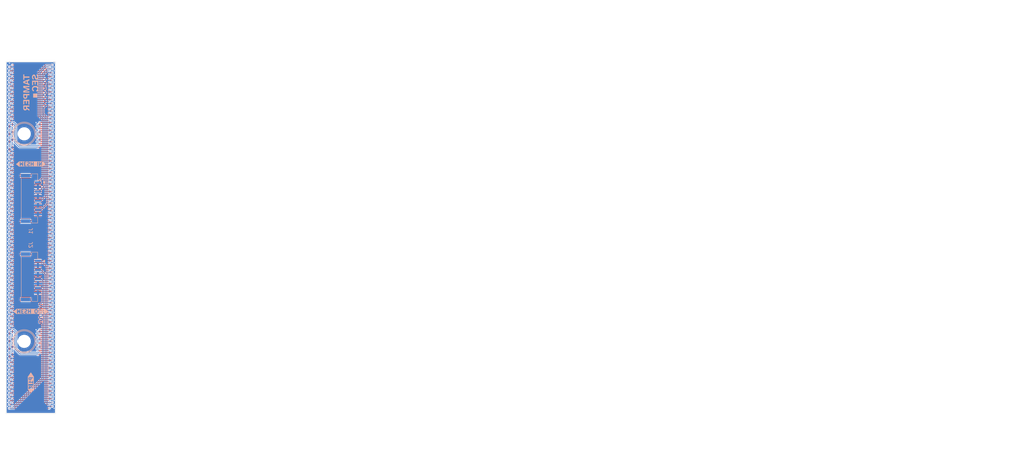
<source format=kicad_pcb>
(kicad_pcb (version 20241229) (generator "pcbnew") (generator_version "9.0")
  (title_block (title "detpan1_E") (date "2025-07-21") (rev "A") (company "TamperSec") (comment 1 "Justin Newkirk"))
  (layers (0 "F.Cu" signal) (4 "In1.Cu" power) (6 "In2.Cu" power) (2 "B.Cu" signal) (5 "F.SilkS" user "F.Silkscreen") (7 "B.SilkS" user "B.Silkscreen") (1 "F.Mask" user) (3 "B.Mask" user) (25 "Edge.Cuts" user))
  (net 0 "")
  (net 1 "GND")
  (net 2 "/-SIG_1")
  (net 3 "/+SIG_1")
  (net 4 "/+SIG_2")
  (net 5 "/-SIG_2")
  (footprint "MountingHole:MountingHole_3.2mm_M3" (layer "F.Cu") (at 199.7 236.6125)
    (property "Reference" "H2" (hide yes))
    (property "Value" "~")
  )
  (footprint "MountingHole:MountingHole_3.2mm_M3" (layer "F.Cu") (at 199.7 179.7875)
    (property "Reference" "H1" (hide yes))
    (property "Value" "~")
  )
  (footprint "LOGO" (layer "B.Cu") (at 201.500299 168.48291 -90)
    (property "Reference" "G***" (hide yes))
    (property "Value" "LOGO" (hide yes))
  )
  (footprint "Connector_JST:JST_GH_BM08B-GHS-TBT_1x08-1MP_P1.25mm_Vertical" (layer "B.Cu") (at 201.5 197.469167 -90)
    (property "Reference" "J1")
    (property "Value" "SIGNAL_1_CONN")
  )
  (footprint "Connector_JST:JST_GH_BM08B-GHS-TBT_1x08-1MP_P1.25mm_Vertical" (layer "B.Cu") (at 201.5 218.930833 -90)
    (property "Reference" "J2")
    (property "Value" "SIGNAL_2_CONN")
  )
  (gr_poly (pts (xy 205.375 229.058221) (xy 205.375 227.758221) (xy 206.175 228.458221)) (stroke (width 0.153)) (fill yes) (layer "B.SilkS"))
  (gr_circle (center 199.7 236.6125) (end 196.5 236.6125) (stroke (width 0.153)) (fill no) (layer "B.SilkS"))
  (gr_poly (pts (xy 197.625 229.075) (xy 197.625 227.775) (xy 196.825 228.475)) (stroke (width 0.153)) (fill yes) (layer "B.SilkS"))
  (gr_circle (center 199.7 236.6125) (end 196.8 236.6125) (stroke (width 0.153)) (fill no) (layer "B.SilkS"))
  (gr_poly (pts (xy 198.35 188.709019) (xy 198.35 187.409019) (xy 197.55 188.109019)) (stroke (width 0.153)) (fill yes) (layer "B.SilkS"))
  (gr_poly (pts (xy 204.65 188.69224) (xy 204.65 187.39224) (xy 205.45 188.09224)) (stroke (width 0.153)) (fill yes) (layer "B.SilkS"))
  (gr_circle (center 199.7 179.7875) (end 196.8 179.7875) (stroke (width 0.153)) (fill no) (layer "B.SilkS"))
  (gr_rect (start 200.7625 246.3125) (end 202.2625 249.6875) (stroke (width 0.153)) (fill no) (layer "B.SilkS"))
  (gr_circle (center 199.7 179.7875) (end 196.5 179.7875) (stroke (width 0.153)) (fill no) (layer "B.SilkS"))
  (gr_poly (pts (xy 205.325 214.3) (xy 205.325 214.9) (xy 204.925 214.6)) (stroke (width 0.153)) (fill yes) (layer "B.SilkS"))
  (gr_poly (pts (xy 200.7625 249.6875) (xy 202.2625 249.6875) (xy 201.514 250.6125)) (stroke (width 0.153)) (fill yes) (layer "B.SilkS"))
  (gr_poly (pts (xy 205.275 192.825) (xy 205.275 193.425) (xy 204.875 193.125)) (stroke (width 0.153)) (fill yes) (layer "B.SilkS"))
  (gr_poly (pts (xy 202.2625 246.3125) (xy 200.7625 246.3125) (xy 201.514 245.2125)) (stroke (width 0.153)) (fill yes) (layer "B.SilkS"))
  (gr_rect (start 194.7 160) (end 208.3 256.4) (stroke (width 0.05)) (fill no) (layer "Edge.Cuts"))
  (gr_text "E" (at 202.117985 248.4375 90) (layer "B.SilkS") (effects (font (size 1 1) (thickness 0.153)) (justify left bottom mirror)))
  (gr_text "MESH IN" (at 198.214095 187.395019 180) (layer "B.SilkS" knockout) (effects (font (size 1 1) (thickness 0.2) (bold yes)) (justify left bottom mirror)))
  (gr_text "MESH OUT" (at 197.489095 227.761 180) (layer "B.SilkS" knockout) (effects (font (size 1 1) (thickness 0.2) (bold yes)) (justify left bottom mirror)))
  (gr_text "P1" (at 202.164 246.2125 90) (layer "B.SilkS" knockout) (effects (font (size 1 1) (thickness 0.2) (bold yes)) (justify left bottom mirror)))
  (via (at 207.875 222.375) (size 0.45) (drill 0.3) (layers "F.Cu" "B.Cu") (net 1))
  (via (at 202.925 238.65) (size 0.45) (drill 0.3) (layers "F.Cu" "B.Cu") (net 1))
  (via (at 195.125 202.95) (size 0.45) (drill 0.3) (layers "F.Cu" "B.Cu") (net 1))
  (via (at 195.125 248.1) (size 0.45) (drill 0.3) (layers "F.Cu" "B.Cu") (net 1))
  (via (at 207.875 225.525) (size 0.45) (drill 0.3) (layers "F.Cu" "B.Cu") (net 1))
  (via (at 195.125 199.8) (size 0.45) (drill 0.3) (layers "F.Cu" "B.Cu") (net 1))
  (via (at 207.875 174.075) (size 0.45) (drill 0.3) (layers "F.Cu" "B.Cu") (net 1))
  (via (at 195.125 220.8) (size 0.45) (drill 0.3) (layers "F.Cu" "B.Cu") (net 1))
  (via (at 207.875 198.225) (size 0.45) (drill 0.3) (layers "F.Cu" "B.Cu") (net 1))
  (via (at 207.875 202.425) (size 0.45) (drill 0.3) (layers "F.Cu" "B.Cu") (net 1))
  (via (at 195.125 228.15) (size 0.45) (drill 0.3) (layers "F.Cu" "B.Cu") (net 1))
  (via (at 207.875 179.325) (size 0.45) (drill 0.3) (layers "F.Cu" "B.Cu") (net 1))
  (via (at 195.125 232.35) (size 0.45) (drill 0.3) (layers "F.Cu" "B.Cu") (net 1))
  (via (at 195.125 222.9) (size 0.45) (drill 0.3) (layers "F.Cu" "B.Cu") (net 1))
  (via (at 195.125 198.75) (size 0.45) (drill 0.3) (layers "F.Cu" "B.Cu") (net 1))
  (via (at 207.875 164.625) (size 0.45) (drill 0.3) (layers "F.Cu" "B.Cu") (net 1))
  (via (at 207.875 239.175) (size 0.45) (drill 0.3) (layers "F.Cu" "B.Cu") (net 1))
  (via (at 207.875 249.675) (size 0.45) (drill 0.3) (layers "F.Cu" "B.Cu") (net 1))
  (via (at 195.125 189.3) (size 0.45) (drill 0.3) (layers "F.Cu" "B.Cu") (net 1))
  (via (at 195.125 215.55) (size 0.45) (drill 0.3) (layers "F.Cu" "B.Cu") (net 1))
  (via (at 195.125 230.25) (size 0.45) (drill 0.3) (layers "F.Cu" "B.Cu") (net 1))
  (via (at 207.875 230.775) (size 0.45) (drill 0.3) (layers "F.Cu" "B.Cu") (net 1))
  (via (at 195.125 252.3) (size 0.45) (drill 0.3) (layers "F.Cu" "B.Cu") (net 1))
  (via (at 207.875 233.925) (size 0.45) (drill 0.3) (layers "F.Cu" "B.Cu") (net 1))
  (via (at 207.875 220.275) (size 0.45) (drill 0.3) (layers "F.Cu" "B.Cu") (net 1))
  (via (at 195.125 240.75) (size 0.45) (drill 0.3) (layers "F.Cu" "B.Cu") (net 1))
  (via (at 207.875 204.525) (size 0.45) (drill 0.3) (layers "F.Cu" "B.Cu") (net 1))
  (via (at 202.925 177.75) (size 0.45) (drill 0.3) (layers "F.Cu" "B.Cu") (net 1))
  (via (at 195.125 205.05) (size 0.45) (drill 0.3) (layers "F.Cu" "B.Cu") (net 1))
  (via (at 207.875 244.425) (size 0.45) (drill 0.3) (layers "F.Cu" "B.Cu") (net 1))
  (via (at 207.875 253.875) (size 0.45) (drill 0.3) (layers "F.Cu" "B.Cu") (net 1))
  (via (at 207.875 186.675) (size 0.45) (drill 0.3) (layers "F.Cu" "B.Cu") (net 1))
  (via (at 195.125 242.85) (size 0.45) (drill 0.3) (layers "F.Cu" "B.Cu") (net 1))
  (via (at 195.125 238.65) (size 0.45) (drill 0.3) (layers "F.Cu" "B.Cu") (net 1))
  (via (at 207.875 238.125) (size 0.45) (drill 0.3) (layers "F.Cu" "B.Cu") (net 1))
  (via (at 202.925 176.7) (size 0.45) (drill 0.3) (layers "F.Cu" "B.Cu") (net 1))
  (via (at 195.125 162) (size 0.45) (drill 0.3) (layers "F.Cu" "B.Cu") (net 1))
  (via (at 207.875 252.825) (size 0.45) (drill 0.3) (layers "F.Cu" "B.Cu") (net 1))
  (via (at 195.125 225) (size 0.45) (drill 0.3) (layers "F.Cu" "B.Cu") (net 1))
  (via (at 207.875 254.925) (size 0.45) (drill 0.3) (layers "F.Cu" "B.Cu") (net 1))
  (via (at 202.925 233.4) (size 0.45) (drill 0.3) (layers "F.Cu" "B.Cu") (net 1))
  (via (at 207.875 216.075) (size 0.45) (drill 0.3) (layers "F.Cu" "B.Cu") (net 1))
  (via (at 195.125 185.1) (size 0.45) (drill 0.3) (layers "F.Cu" "B.Cu") (net 1))
  (via (at 195.125 207.15) (size 0.45) (drill 0.3) (layers "F.Cu" "B.Cu") (net 1))
  (via (at 207.875 227.625) (size 0.45) (drill 0.3) (layers "F.Cu" "B.Cu") (net 1))
  (via (at 195.125 164.1) (size 0.45) (drill 0.3) (layers "F.Cu" "B.Cu") (net 1))
  (via (at 195.125 247.05) (size 0.45) (drill 0.3) (layers "F.Cu" "B.Cu") (net 1))
  (via (at 202.925 178.8) (size 0.45) (drill 0.3) (layers "F.Cu" "B.Cu") (net 1))
  (via (at 195.125 236.55) (size 0.45) (drill 0.3) (layers "F.Cu" "B.Cu") (net 1))
  (via (at 202.925 181.95) (size 0.45) (drill 0.3) (layers "F.Cu" "B.Cu") (net 1))
  (via (at 207.875 162.525) (size 0.45) (drill 0.3) (layers "F.Cu" "B.Cu") (net 1))
  (via (at 195.125 191.4) (size 0.45) (drill 0.3) (layers "F.Cu" "B.Cu") (net 1))
  (via (at 195.125 190.35) (size 0.45) (drill 0.3) (layers "F.Cu" "B.Cu") (net 1))
  (via (at 207.875 160.425) (size 0.45) (drill 0.3) (layers "F.Cu" "B.Cu") (net 1))
  (via (at 195.125 167.25) (size 0.45) (drill 0.3) (layers "F.Cu" "B.Cu") (net 1))
  (via (at 195.125 200.85) (size 0.45) (drill 0.3) (layers "F.Cu" "B.Cu") (net 1))
  (via (at 207.875 173.025) (size 0.45) (drill 0.3) (layers "F.Cu" "B.Cu") (net 1))
  (via (at 195.125 223.95) (size 0.45) (drill 0.3) (layers "F.Cu" "B.Cu") (net 1))
  (via (at 195.125 188.25) (size 0.45) (drill 0.3) (layers "F.Cu" "B.Cu") (net 1))
  (via (at 207.875 180.375) (size 0.45) (drill 0.3) (layers "F.Cu" "B.Cu") (net 1))
  (via (at 207.875 189.825) (size 0.45) (drill 0.3) (layers "F.Cu" "B.Cu") (net 1))
  (via (at 207.875 234.975) (size 0.45) (drill 0.3) (layers "F.Cu" "B.Cu") (net 1))
  (via (at 195.125 184.05) (size 0.45) (drill 0.3) (layers "F.Cu" "B.Cu") (net 1))
  (via (at 195.125 173.55) (size 0.45) (drill 0.3) (layers "F.Cu" "B.Cu") (net 1))
  (via (at 195.125 217.65) (size 0.45) (drill 0.3) (layers "F.Cu" "B.Cu") (net 1))
  (via (at 195.125 181.95) (size 0.45) (drill 0.3) (layers "F.Cu" "B.Cu") (net 1))
  (via (at 195.125 195.6) (size 0.45) (drill 0.3) (layers "F.Cu" "B.Cu") (net 1))
  (via (at 207.875 248.625) (size 0.45) (drill 0.3) (layers "F.Cu" "B.Cu") (net 1))
  (via (at 195.125 214.5) (size 0.45) (drill 0.3) (layers "F.Cu" "B.Cu") (net 1))
  (via (at 195.125 219.75) (size 0.45) (drill 0.3) (layers "F.Cu" "B.Cu") (net 1))
  (via (at 207.875 201.375) (size 0.45) (drill 0.3) (layers "F.Cu" "B.Cu") (net 1))
  (via (at 195.125 196.65) (size 0.45) (drill 0.3) (layers "F.Cu" "B.Cu") (net 1))
  (via (at 195.125 231.3) (size 0.45) (drill 0.3) (layers "F.Cu" "B.Cu") (net 1))
  (via (at 195.125 233.4) (size 0.45) (drill 0.3) (layers "F.Cu" "B.Cu") (net 1))
  (via (at 207.875 231.825) (size 0.45) (drill 0.3) (layers "F.Cu" "B.Cu") (net 1))
  (via (at 207.875 209.775) (size 0.45) (drill 0.3) (layers "F.Cu" "B.Cu") (net 1))
  (via (at 207.875 176.175) (size 0.45) (drill 0.3) (layers "F.Cu" "B.Cu") (net 1))
  (via (at 195.125 216.6) (size 0.45) (drill 0.3) (layers "F.Cu" "B.Cu") (net 1))
  (via (at 207.875 242.325) (size 0.45) (drill 0.3) (layers "F.Cu" "B.Cu") (net 1))
  (via (at 207.875 175.125) (size 0.45) (drill 0.3) (layers "F.Cu" "B.Cu") (net 1))
  (via (at 207.875 224.475) (size 0.45) (drill 0.3) (layers "F.Cu" "B.Cu") (net 1))
  (via (at 207.875 196.125) (size 0.45) (drill 0.3) (layers "F.Cu" "B.Cu") (net 1))
  (via (at 195.125 174.6) (size 0.45) (drill 0.3) (layers "F.Cu" "B.Cu") (net 1))
  (via (at 207.875 166.725) (size 0.45) (drill 0.3) (layers "F.Cu" "B.Cu") (net 1))
  (via (at 195.125 171.45) (size 0.45) (drill 0.3) (layers "F.Cu" "B.Cu") (net 1))
  (via (at 207.875 190.875) (size 0.45) (drill 0.3) (layers "F.Cu" "B.Cu") (net 1))
  (via (at 195.125 169.35) (size 0.45) (drill 0.3) (layers "F.Cu" "B.Cu") (net 1))
  (via (at 207.875 226.575) (size 0.45) (drill 0.3) (layers "F.Cu" "B.Cu") (net 1))
  (via (at 207.875 221.325) (size 0.45) (drill 0.3) (layers "F.Cu" "B.Cu") (net 1))
  (via (at 202.925 237.6) (size 0.45) (drill 0.3) (layers "F.Cu" "B.Cu") (net 1))
  (via (at 207.875 191.925) (size 0.45) (drill 0.3) (layers "F.Cu" "B.Cu") (net 1))
  (via (at 195.125 168.3) (size 0.45) (drill 0.3) (layers "F.Cu" "B.Cu") (net 1))
  (via (at 195.125 177.75) (size 0.45) (drill 0.3) (layers "F.Cu" "B.Cu") (net 1))
  (via (at 195.125 197.7) (size 0.45) (drill 0.3) (layers "F.Cu" "B.Cu") (net 1))
  (via (at 207.875 169.875) (size 0.45) (drill 0.3) (layers "F.Cu" "B.Cu") (net 1))
  (via (at 207.875 197.175) (size 0.45) (drill 0.3) (layers "F.Cu" "B.Cu") (net 1))
  (via (at 195.125 229.2) (size 0.45) (drill 0.3) (layers "F.Cu" "B.Cu") (net 1))
  (via (at 207.875 206.625) (size 0.45) (drill 0.3) (layers "F.Cu" "B.Cu") (net 1))
  (via (at 195.125 160.95) (size 0.45) (drill 0.3) (layers "F.Cu" "B.Cu") (net 1))
  (via (at 195.125 211.35) (size 0.45) (drill 0.3) (layers "F.Cu" "B.Cu") (net 1))
  (via (at 195.125 204) (size 0.45) (drill 0.3) (layers "F.Cu" "B.Cu") (net 1))
  (via (at 195.125 194.55) (size 0.45) (drill 0.3) (layers "F.Cu" "B.Cu") (net 1))
  (via (at 195.125 218.7) (size 0.45) (drill 0.3) (layers "F.Cu" "B.Cu") (net 1))
  (via (at 195.125 253.35) (size 0.45) (drill 0.3) (layers "F.Cu" "B.Cu") (net 1))
  (via (at 207.875 171.975) (size 0.45) (drill 0.3) (layers "F.Cu" "B.Cu") (net 1))
  (via (at 207.875 223.425) (size 0.45) (drill 0.3) (layers "F.Cu" "B.Cu") (net 1))
  (via (at 207.875 237.075) (size 0.45) (drill 0.3) (layers "F.Cu" "B.Cu") (net 1))
  (via (at 195.125 250.2) (size 0.45) (drill 0.3) (layers "F.Cu" "B.Cu") (net 1))
  (via (at 195.125 213.45) (size 0.45) (drill 0.3) (layers "F.Cu" "B.Cu") (net 1))
  (via (at 195.125 241.8) (size 0.45) (drill 0.3) (layers "F.Cu" "B.Cu") (net 1))
  (via (at 207.875 192.975) (size 0.45) (drill 0.3) (layers "F.Cu" "B.Cu") (net 1))
  (via (at 207.875 247.575) (size 0.45) (drill 0.3) (layers "F.Cu" "B.Cu") (net 1))
  (via (at 207.875 183.525) (size 0.45) (drill 0.3) (layers "F.Cu" "B.Cu") (net 1))
  (via (at 207.875 228.675) (size 0.45) (drill 0.3) (layers "F.Cu" "B.Cu") (net 1))
  (via (at 195.125 193.5) (size 0.45) (drill 0.3) (layers "F.Cu" "B.Cu") (net 1))
  (via (at 195.125 235.5) (size 0.45) (drill 0.3) (layers "F.Cu" "B.Cu") (net 1))
  (via (at 207.875 205.575) (size 0.45) (drill 0.3) (layers "F.Cu" "B.Cu") (net 1))
  (via (at 207.875 232.875) (size 0.45) (drill 0.3) (layers "F.Cu" "B.Cu") (net 1))
  (via (at 207.875 212.925) (size 0.45) (drill 0.3) (layers "F.Cu" "B.Cu") (net 1))
  (via (at 195.125 244.95) (size 0.45) (drill 0.3) (layers "F.Cu" "B.Cu") (net 1))
  (via (at 207.875 199.275) (size 0.45) (drill 0.3) (layers "F.Cu" "B.Cu") (net 1))
  (via (at 195.125 209.25) (size 0.45) (drill 0.3) (layers "F.Cu" "B.Cu") (net 1))
  (via (at 207.875 251.775) (size 0.45) (drill 0.3) (layers "F.Cu" "B.Cu") (net 1))
  (via (at 202.925 180.9) (size 0.45) (drill 0.3) (layers "F.Cu" "B.Cu") (net 1))
  (via (at 195.125 180.9) (size 0.45) (drill 0.3) (layers "F.Cu" "B.Cu") (net 1))
  (via (at 195.125 176.7) (size 0.45) (drill 0.3) (layers "F.Cu" "B.Cu") (net 1))
  (via (at 202.925 235.5) (size 0.45) (drill 0.3) (layers "F.Cu" "B.Cu") (net 1))
  (via (at 207.875 195.075) (size 0.45) (drill 0.3) (layers "F.Cu" "B.Cu") (net 1))
  (via (at 195.125 206.1) (size 0.45) (drill 0.3) (layers "F.Cu" "B.Cu") (net 1))
  (via (at 195.125 166.2) (size 0.45) (drill 0.3) (layers "F.Cu" "B.Cu") (net 1))
  (via (at 195.125 249.15) (size 0.45) (drill 0.3) (layers "F.Cu" "B.Cu") (net 1))
  (via (at 195.125 210.3) (size 0.45) (drill 0.3) (layers "F.Cu" "B.Cu") (net 1))
  (via (at 195.125 234.45) (size 0.45) (drill 0.3) (layers "F.Cu" "B.Cu") (net 1))
  (via (at 195.125 239.7) (size 0.45) (drill 0.3) (layers "F.Cu" "B.Cu") (net 1))
  (via (at 207.875 188.775) (size 0.45) (drill 0.3) (layers "F.Cu" "B.Cu") (net 1))
  (via (at 202.925 234.45) (size 0.45) (drill 0.3) (layers "F.Cu" "B.Cu") (net 1))
  (via (at 207.875 210.825) (size 0.45) (drill 0.3) (layers "F.Cu" "B.Cu") (net 1))
  (via (at 207.875 208.725) (size 0.45) (drill 0.3) (layers "F.Cu" "B.Cu") (net 1))
  (via (at 207.875 167.775) (size 0.45) (drill 0.3) (layers "F.Cu" "B.Cu") (net 1))
  (via (at 195.125 179.85) (size 0.45) (drill 0.3) (layers "F.Cu" "B.Cu") (net 1))
  (via (at 195.125 226.05) (size 0.45) (drill 0.3) (layers "F.Cu" "B.Cu") (net 1))
  (via (at 195.125 186.15) (size 0.45) (drill 0.3) (layers "F.Cu" "B.Cu") (net 1))
  (via (at 207.875 194.025) (size 0.45) (drill 0.3) (layers "F.Cu" "B.Cu") (net 1))
  (via (at 207.875 200.325) (size 0.45) (drill 0.3) (layers "F.Cu" "B.Cu") (net 1))
  (via (at 207.875 185.625) (size 0.45) (drill 0.3) (layers "F.Cu" "B.Cu") (net 1))
  (via (at 207.875 207.675) (size 0.45) (drill 0.3) (layers "F.Cu" "B.Cu") (net 1))
  (via (at 195.125 227.1) (size 0.45) (drill 0.3) (layers "F.Cu" "B.Cu") (net 1))
  (via (at 207.875 178.275) (size 0.45) (drill 0.3) (layers "F.Cu" "B.Cu") (net 1))
  (via (at 207.875 250.725) (size 0.45) (drill 0.3) (layers "F.Cu" "B.Cu") (net 1))
  (via (at 195.125 183) (size 0.45) (drill 0.3) (layers "F.Cu" "B.Cu") (net 1))
  (via (at 207.875 177.225) (size 0.45) (drill 0.3) (layers "F.Cu" "B.Cu") (net 1))
  (via (at 207.875 243.375) (size 0.45) (drill 0.3) (layers "F.Cu" "B.Cu") (net 1))
  (via (at 195.125 178.8) (size 0.45) (drill 0.3) (layers "F.Cu" "B.Cu") (net 1))
  (via (at 207.875 211.875) (size 0.45) (drill 0.3) (layers "F.Cu" "B.Cu") (net 1))
  (via (at 207.875 236.025) (size 0.45) (drill 0.3) (layers "F.Cu" "B.Cu") (net 1))
  (via (at 207.875 181.425) (size 0.45) (drill 0.3) (layers "F.Cu" "B.Cu") (net 1))
  (via (at 207.875 241.275) (size 0.45) (drill 0.3) (layers "F.Cu" "B.Cu") (net 1))
  (via (at 207.875 187.725) (size 0.45) (drill 0.3) (layers "F.Cu" "B.Cu") (net 1))
  (via (at 195.125 192.45) (size 0.45) (drill 0.3) (layers "F.Cu" "B.Cu") (net 1))
  (via (at 207.875 165.675) (size 0.45) (drill 0.3) (layers "F.Cu" "B.Cu") (net 1))
  (via (at 207.875 246.525) (size 0.45) (drill 0.3) (layers "F.Cu" "B.Cu") (net 1))
  (via (at 207.875 170.925) (size 0.45) (drill 0.3) (layers "F.Cu" "B.Cu") (net 1))
  (via (at 195.125 254.4) (size 0.45) (drill 0.3) (layers "F.Cu" "B.Cu") (net 1))
  (via (at 195.125 172.5) (size 0.45) (drill 0.3) (layers "F.Cu" "B.Cu") (net 1))
  (via (at 207.875 217.125) (size 0.45) (drill 0.3) (layers "F.Cu" "B.Cu") (net 1))
  (via (at 207.875 203.475) (size 0.45) (drill 0.3) (layers "F.Cu" "B.Cu") (net 1))
  (via (at 207.875 240.225) (size 0.45) (drill 0.3) (layers "F.Cu" "B.Cu") (net 1))
  (via (at 195.125 170.4) (size 0.45) (drill 0.3) (layers "F.Cu" "B.Cu") (net 1))
  (via (at 202.925 236.55) (size 0.45) (drill 0.3) (layers "F.Cu" "B.Cu") (net 1))
  (via (at 195.65 160.425) (size 0.45) (drill 0.3) (layers "F.Cu" "B.Cu") (net 1))
  (via (at 202.925 179.85) (size 0.45) (drill 0.3) (layers "F.Cu" "B.Cu") (net 1))
  (via (at 195.125 237.6) (size 0.45) (drill 0.3) (layers "F.Cu" "B.Cu") (net 1))
  (via (at 195.125 243.9) (size 0.45) (drill 0.3) (layers "F.Cu" "B.Cu") (net 1))
  (via (at 207.875 218.175) (size 0.45) (drill 0.3) (layers "F.Cu" "B.Cu") (net 1))
  (via (at 195.125 163.05) (size 0.45) (drill 0.3) (layers "F.Cu" "B.Cu") (net 1))
  (via (at 207.875 215.025) (size 0.45) (drill 0.3) (layers "F.Cu" "B.Cu") (net 1))
  (via (at 195.125 251.25) (size 0.45) (drill 0.3) (layers "F.Cu" "B.Cu") (net 1))
  (via (at 195.125 246) (size 0.45) (drill 0.3) (layers "F.Cu" "B.Cu") (net 1))
  (via (at 207.875 182.475) (size 0.45) (drill 0.3) (layers "F.Cu" "B.Cu") (net 1))
  (via (at 195.125 201.9) (size 0.45) (drill 0.3) (layers "F.Cu" "B.Cu") (net 1))
  (via (at 207.875 245.475) (size 0.45) (drill 0.3) (layers "F.Cu" "B.Cu") (net 1))
  (via (at 207.875 163.575) (size 0.45) (drill 0.3) (layers "F.Cu" "B.Cu") (net 1))
  (via (at 207.875 161.475) (size 0.45) (drill 0.3) (layers "F.Cu" "B.Cu") (net 1))
  (via (at 207.875 229.725) (size 0.45) (drill 0.3) (layers "F.Cu" "B.Cu") (net 1))
  (via (at 195.125 165.15) (size 0.45) (drill 0.3) (layers "F.Cu" "B.Cu") (net 1))
  (via (at 207.875 168.825) (size 0.45) (drill 0.3) (layers "F.Cu" "B.Cu") (net 1))
  (via (at 195.125 187.2) (size 0.45) (drill 0.3) (layers "F.Cu" "B.Cu") (net 1))
  (via (at 195.125 175.65) (size 0.45) (drill 0.3) (layers "F.Cu" "B.Cu") (net 1))
  (via (at 207.875 213.975) (size 0.45) (drill 0.3) (layers "F.Cu" "B.Cu") (net 1))
  (via (at 195.125 221.85) (size 0.45) (drill 0.3) (layers "F.Cu" "B.Cu") (net 1))
  (via (at 207.875 219.225) (size 0.45) (drill 0.3) (layers "F.Cu" "B.Cu") (net 1))
  (via (at 207.875 184.575) (size 0.45) (drill 0.3) (layers "F.Cu" "B.Cu") (net 1))
  (via (at 195.125 208.2) (size 0.45) (drill 0.3) (layers "F.Cu" "B.Cu") (net 1))
  (via (at 195.125 212.4) (size 0.45) (drill 0.3) (layers "F.Cu" "B.Cu") (net 1))
  (segment (start 207.35 244.95) (end 196.475 244.95) (width 0.2) (layer "F.Cu") (net 2))
  (segment (start 207.35 226.05) (end 196.475 226.05) (width 0.2) (layer "F.Cu") (net 2))
  (segment (start 203.975 176.7) (end 207.35 176.7) (width 0.2) (layer "F.Cu") (net 2))
  (segment (start 203.975 233.4) (end 207.35 233.4) (width 0.2) (layer "F.Cu") (net 2))
  (segment (start 207.35 184.05) (end 196.475 184.05) (width 0.2) (layer "F.Cu") (net 2))
  (segment (start 207.35 173.55) (end 196.475 173.55) (width 0.2) (layer "F.Cu") (net 2))
  (segment (start 207.35 215.55) (end 196.475 215.55) (width 0.2) (layer "F.Cu") (net 2))
  (segment (start 207.35 188.25) (end 196.475 188.25) (width 0.2) (layer "F.Cu") (net 2))
  (segment (start 207.35 221.85) (end 196.475 221.85) (width 0.2) (layer "F.Cu") (net 2))
  (segment (start 196.475 235.5) (end 196.475 236.55) (width 0.2) (layer "F.Cu") (net 2))
  (segment (start 207.35 209.25) (end 196.475 209.25) (width 0.2) (layer "F.Cu") (net 2))
  (segment (start 207.35 225) (end 196.475 225) (width 0.2) (layer "F.Cu") (net 2))
  (segment (start 207.35 227.1) (end 196.475 227.1) (width 0.2) (layer "F.Cu") (net 2))
  (segment (start 207.35 178.8) (end 203.975 178.8) (width 0.2) (layer "F.Cu") (net 2))
  (segment (start 207.35 162) (end 196.475 162) (width 0.2) (layer "F.Cu") (net 2))
  (segment (start 207.35 218.7) (end 196.475 218.7) (width 0.2) (layer "F.Cu") (net 2))
  (segment (start 207.35 208.2) (end 196.475 208.2) (width 0.2) (layer "F.Cu") (net 2))
  (segment (start 196.475 237.6) (end 196.475 238.65) (width 0.2) (layer "F.Cu") (net 2))
  (segment (start 207.35 240.75) (end 196.475 240.75) (width 0.2) (layer "F.Cu") (net 2))
  (segment (start 203.975 234.45) (end 207.35 234.45) (width 0.2) (layer "F.Cu") (net 2))
  (segment (start 207.35 212.4) (end 196.475 212.4) (width 0.2) (layer "F.Cu") (net 2))
  (segment (start 207.35 191.4) (end 196.475 191.4) (width 0.2) (layer "F.Cu") (net 2))
  (segment (start 207.35 181.95) (end 203.975 181.95) (width 0.2) (layer "F.Cu") (net 2))
  (segment (start 207.35 253.35) (end 196.475 253.35) (width 0.2) (layer "F.Cu") (net 2))
  (segment (start 207.35 200.85) (end 196.475 200.85) (width 0.2) (layer "F.Cu") (net 2))
  (segment (start 207.35 192.45) (end 196.475 192.45) (width 0.2) (layer "F.Cu") (net 2))
  (segment (start 207.35 167.25) (end 196.475 167.25) (width 0.2) (layer "F.Cu") (net 2))
  (segment (start 196.475 233.4) (end 196.475 234.45) (width 0.2) (layer "F.Cu") (net 2))
  (segment (start 207.35 197.7) (end 196.475 197.7) (width 0.2) (layer "F.Cu") (net 2))
  (segment (start 207.35 204) (end 196.475 204) (width 0.2) (layer "F.Cu") (net 2))
  (segment (start 207.35 248.1) (end 196.475 248.1) (width 0.2) (layer "F.Cu") (net 2))
  (segment (start 207.35 213.45) (end 196.475 213.45) (width 0.2) (layer "F.Cu") (net 2))
  (segment (start 207.35 229.2) (end 196.475 229.2) (width 0.2) (layer "F.Cu") (net 2))
  (segment (start 207.35 189.3) (end 196.475 189.3) (width 0.2) (layer "F.Cu") (net 2))
  (segment (start 196.475 239.7) (end 196.475 240.75) (width 0.2) (layer "F.Cu") (net 2))
  (segment (start 207.35 238.65) (end 203.975 238.65) (width 0.2) (layer "F.Cu") (net 2))
  (segment (start 207.35 195.6) (end 196.475 195.6) (width 0.2) (layer "F.Cu") (net 2))
  (segment (start 196.475 180.9) (end 196.475 181.95) (width 0.2) (layer "F.Cu") (net 2))
  (segment (start 207.35 169.35) (end 196.475 169.35) (width 0.2) (layer "F.Cu") (net 2))
  (segment (start 203.975 236.55) (end 207.35 236.55) (width 0.2) (layer "F.Cu") (net 2))
  (segment (start 207.35 207.15) (end 196.475 207.15) (width 0.2) (layer "F.Cu") (net 2))
  (segment (start 207.35 251.25) (end 196.475 251.25) (width 0.2) (layer "F.Cu") (net 2))
  (segment (start 207.35 243.9) (end 196.475 243.9) (width 0.2) (layer "F.Cu") (net 2))
  (segment (start 207.35 205.05) (end 196.475 205.05) (width 0.2) (layer "F.Cu") (net 2))
  (segment (start 207.35 228.15) (end 196.475 228.15) (width 0.2) (layer "F.Cu") (net 2))
  (segment (start 207.35 193.5) (end 196.475 193.5) (width 0.2) (layer "F.Cu") (net 2))
  (segment (start 207.35 180.9) (end 203.975 180.9) (width 0.2) (layer "F.Cu") (net 2))
  (segment (start 207.35 210.3) (end 196.475 210.3) (width 0.2) (layer "F.Cu") (net 2))
  (segment (start 207.35 196.65) (end 196.475 196.65) (width 0.2) (layer "F.Cu") (net 2))
  (segment (start 207.35 242.85) (end 196.475 242.85) (width 0.2) (layer "F.Cu") (net 2))
  (segment (start 196.475 178.8) (end 196.475 179.85) (width 0.2) (layer "F.Cu") (net 2))
  (segment (start 207.35 187.2) (end 196.475 187.2) (width 0.2) (layer "F.Cu") (net 2))
  (segment (start 207.35 222.9) (end 196.475 222.9) (width 0.2) (layer "F.Cu") (net 2))
  (segment (start 207.35 174.6) (end 196.475 174.6) (width 0.2) (layer "F.Cu") (net 2))
  (segment (start 203.975 235.5) (end 207.35 235.5) (width 0.2) (layer "F.Cu") (net 2))
  (segment (start 207.35 198.75) (end 196.475 198.75) (width 0.2) (layer "F.Cu") (net 2))
  (segment (start 207.35 168.3) (end 196.475 168.3) (width 0.2) (layer "F.Cu") (net 2))
  (segment (start 203.975 177.75) (end 207.35 177.75) (width 0.2) (layer "F.Cu") (net 2))
  (segment (start 207.35 185.1) (end 196.475 185.1) (width 0.2) (layer "F.Cu") (net 2))
  (segment (start 207.35 252.3) (end 196.475 252.3) (width 0.2) (layer "F.Cu") (net 2))
  (segment (start 207.35 211.35) (end 196.475 211.35) (width 0.2) (layer "F.Cu") (net 2))
  (segment (start 207.35 216.6) (end 196.475 216.6) (width 0.2) (layer "F.Cu") (net 2))
  (segment (start 207.35 219.75) (end 196.475 219.75) (width 0.2) (layer "F.Cu") (net 2))
  (segment (start 196.475 183) (end 196.475 184.05) (width 0.2) (layer "F.Cu") (net 2))
  (segment (start 207.35 232.35) (end 196.475 232.35) (width 0.2) (layer "F.Cu") (net 2))
  (segment (start 207.35 230.25) (end 196.475 230.25) (width 0.2) (layer "F.Cu") (net 2))
  (segment (start 207.35 172.5) (end 196.475 172.5) (width 0.2) (layer "F.Cu") (net 2))
  (segment (start 207.35 202.95) (end 196.475 202.95) (width 0.2) (layer "F.Cu") (net 2))
  (segment (start 207.35 223.95) (end 196.475 223.95) (width 0.2) (layer "F.Cu") (net 2))
  (segment (start 207.35 164.1) (end 196.475 164.1) (width 0.2) (layer "F.Cu") (net 2))
  (segment (start 207.35 166.2) (end 196.475 166.2) (width 0.2) (layer "F.Cu") (net 2))
  (segment (start 207.35 175.65) (end 196.475 175.65) (width 0.2) (layer "F.Cu") (net 2))
  (segment (start 196.475 176.7) (end 196.475 177.75) (width 0.2) (layer "F.Cu") (net 2))
  (segment (start 207.35 220.8) (end 196.475 220.8) (width 0.2) (layer "F.Cu") (net 2))
  (segment (start 207.35 183) (end 203.975 183) (width 0.2) (layer "F.Cu") (net 2))
  (segment (start 207.35 250.2) (end 196.475 250.2) (width 0.2) (layer "F.Cu") (net 2))
  (segment (start 207.35 246) (end 196.475 246) (width 0.2) (layer "F.Cu") (net 2))
  (segment (start 207.35 206.1) (end 196.475 206.1) (width 0.2) (layer "F.Cu") (net 2))
  (segment (start 207.35 217.65) (end 196.475 217.65) (width 0.2) (layer "F.Cu") (net 2))
  (segment (start 207.35 186.15) (end 196.475 186.15) (width 0.2) (layer "F.Cu") (net 2))
  (segment (start 207.35 194.55) (end 196.475 194.55) (width 0.2) (layer "F.Cu") (net 2))
  (segment (start 207.35 165.15) (end 196.475 165.15) (width 0.2) (layer "F.Cu") (net 2))
  (segment (start 207.35 171.45) (end 196.475 171.45) (width 0.2) (layer "F.Cu") (net 2))
  (segment (start 207.35 239.7) (end 203.975 239.7) (width 0.2) (layer "F.Cu") (net 2))
  (segment (start 207.35 163.05) (end 196.475 163.05) (width 0.2) (layer "F.Cu") (net 2))
  (segment (start 207.35 241.8) (end 196.475 241.8) (width 0.2) (layer "F.Cu") (net 2))
  (segment (start 207.35 201.9) (end 196.475 201.9) (width 0.2) (layer "F.Cu") (net 2))
  (segment (start 207.35 214.5) (end 196.475 214.5) (width 0.2) (layer "F.Cu") (net 2))
  (segment (start 207.35 179.85) (end 203.975 179.85) (width 0.2) (layer "F.Cu") (net 2))
  (segment (start 207.35 190.35) (end 196.475 190.35) (width 0.2) (layer "F.Cu") (net 2))
  (segment (start 207.35 247.05) (end 196.475 247.05) (width 0.2) (layer "F.Cu") (net 2))
  (segment (start 207.35 170.4) (end 196.475 170.4) (width 0.2) (layer "F.Cu") (net 2))
  (segment (start 207.35 249.15) (end 196.475 249.15) (width 0.2) (layer "F.Cu") (net 2))
  (segment (start 207.35 237.6) (end 203.975 237.6) (width 0.2) (layer "F.Cu") (net 2))
  (segment (start 207.35 231.3) (end 196.475 231.3) (width 0.2) (layer "F.Cu") (net 2))
  (segment (start 207.35 199.8) (end 196.475 199.8) (width 0.2) (layer "F.Cu") (net 2))
  (via (at 196.475 253.35) (size 0.45) (drill 0.3) (layers "F.Cu" "B.Cu") (net 2))
  (via (at 196.475 221.85) (size 0.45) (drill 0.3) (layers "F.Cu" "B.Cu") (net 2))
  (via (at 203.975 234.45) (size 0.45) (drill 0.3) (layers "F.Cu" "B.Cu") (net 2))
  (via (at 196.475 231.3) (size 0.45) (drill 0.3) (layers "F.Cu" "B.Cu") (net 2))
  (via (at 207.35 216.6) (size 0.45) (drill 0.3) (layers "F.Cu" "B.Cu") (net 2))
  (via (at 207.35 206.1) (size 0.45) (drill 0.3) (layers "F.Cu" "B.Cu") (net 2))
  (via (at 207.35 171.45) (size 0.45) (drill 0.3) (layers "F.Cu" "B.Cu") (net 2))
  (via (at 207.35 250.2) (size 0.45) (drill 0.3) (layers "F.Cu" "B.Cu") (net 2))
  (via (at 196.475 220.8) (size 0.45) (drill 0.3) (layers "F.Cu" "B.Cu") (net 2))
  (via (at 196.475 200.85) (size 0.45) (drill 0.3) (layers "F.Cu" "B.Cu") (net 2))
  (via (at 207.35 237.6) (size 0.45) (drill 0.3) (layers "F.Cu" "B.Cu") (net 2))
  (via (at 207.35 234.45) (size 0.45) (drill 0.3) (layers "F.Cu" "B.Cu") (net 2))
  (via (at 196.475 183) (size 0.45) (drill 0.3) (layers "F.Cu" "B.Cu") (net 2))
  (via (at 196.475 195.6) (size 0.45) (drill 0.3) (layers "F.Cu" "B.Cu") (net 2))
  (via (at 203.975 176.7) (size 0.45) (drill 0.3) (layers "F.Cu" "B.Cu") (net 2))
  (via (at 196.475 242.85) (size 0.45) (drill 0.3) (layers "F.Cu" "B.Cu") (net 2))
  (via (at 207.35 196.65) (size 0.45) (drill 0.3) (layers "F.Cu" "B.Cu") (net 2))
  (via (at 196.475 167.25) (size 0.45) (drill 0.3) (layers "F.Cu" "B.Cu") (net 2))
  (via (at 196.475 165.15) (size 0.45) (drill 0.3) (layers "F.Cu" "B.Cu") (net 2))
  (via (at 196.475 184.05) (size 0.45) (drill 0.3) (layers "F.Cu" "B.Cu") (net 2))
  (via (at 196.475 169.35) (size 0.45) (drill 0.3) (layers "F.Cu" "B.Cu") (net 2))
  (via (at 207.35 223.95) (size 0.45) (drill 0.3) (layers "F.Cu" "B.Cu") (net 2))
  (via (at 196.475 244.95) (size 0.45) (drill 0.3) (layers "F.Cu" "B.Cu") (net 2))
  (via (at 203.975 239.7) (size 0.45) (drill 0.3) (layers "F.Cu" "B.Cu") (net 2))
  (via (at 196.475 215.55) (size 0.45) (drill 0.3) (layers "F.Cu" "B.Cu") (net 2))
  (via (at 196.475 251.25) (size 0.45) (drill 0.3) (layers "F.Cu" "B.Cu") (net 2))
  (via (at 207.35 175.65) (size 0.45) (drill 0.3) (layers "F.Cu" "B.Cu") (net 2))
  (via (at 196.475 241.8) (size 0.45) (drill 0.3) (layers "F.Cu" "B.Cu") (net 2))
  (via (at 207.35 193.5) (size 0.45) (drill 0.3) (layers "F.Cu" "B.Cu") (net 2))
  (via (at 196.475 168.3) (size 0.45) (drill 0.3) (layers "F.Cu" "B.Cu") (net 2))
  (via (at 207.35 243.9) (size 0.45) (drill 0.3) (layers "F.Cu" "B.Cu") (net 2))
  (via (at 207.35 174.6) (size 0.45) (drill 0.3) (layers "F.Cu" "B.Cu") (net 2))
  (via (at 207.35 195.6) (size 0.45) (drill 0.3) (layers "F.Cu" "B.Cu") (net 2))
  (via (at 196.475 239.7) (size 0.45) (drill 0.3) (layers "F.Cu" "B.Cu") (net 2))
  (via (at 196.475 210.3) (size 0.45) (drill 0.3) (layers "F.Cu" "B.Cu") (net 2))
  (via (at 207.35 167.25) (size 0.45) (drill 0.3) (layers "F.Cu" "B.Cu") (net 2))
  (via (at 207.35 181.95) (size 0.45) (drill 0.3) (layers "F.Cu" "B.Cu") (net 2))
  (via (at 207.35 185.1) (size 0.45) (drill 0.3) (layers "F.Cu" "B.Cu") (net 2))
  (via (at 196.475 233.4) (size 0.45) (drill 0.3) (layers "F.Cu" "B.Cu") (net 2))
  (via (at 207.35 208.2) (size 0.45) (drill 0.3) (layers "F.Cu" "B.Cu") (net 2))
  (via (at 207.35 249.15) (size 0.45) (drill 0.3) (layers "F.Cu" "B.Cu") (net 2))
  (via (at 196.475 218.7) (size 0.45) (drill 0.3) (layers "F.Cu" "B.Cu") (net 2))
  (via (at 196.475 223.95) (size 0.45) (drill 0.3) (layers "F.Cu" "B.Cu") (net 2))
  (via (at 207.35 173.55) (size 0.45) (drill 0.3) (layers "F.Cu" "B.Cu") (net 2))
  (via (at 196.475 209.25) (size 0.45) (drill 0.3) (layers "F.Cu" "B.Cu") (net 2))
  (via (at 207.35 178.8) (size 0.45) (drill 0.3) (layers "F.Cu" "B.Cu") (net 2))
  (via (at 196.475 171.45) (size 0.45) (drill 0.3) (layers "F.Cu" "B.Cu") (net 2))
  (via (at 196.475 181.95) (size 0.45) (drill 0.3) (layers "F.Cu" "B.Cu") (net 2))
  (via (at 207.35 209.25) (size 0.45) (drill 0.3) (layers "F.Cu" "B.Cu") (net 2))
  (via (at 196.475 177.75) (size 0.45) (drill 0.3) (layers "F.Cu" "B.Cu") (net 2))
  (via (at 207.35 225) (size 0.45) (drill 0.3) (layers "F.Cu" "B.Cu") (net 2))
  (via (at 196.475 172.5) (size 0.45) (drill 0.3) (layers "F.Cu" "B.Cu") (net 2))
  (via (at 207.35 251.25) (size 0.45) (drill 0.3) (layers "F.Cu" "B.Cu") (net 2))
  (via (at 207.35 235.5) (size 0.45) (drill 0.3) (layers "F.Cu" "B.Cu") (net 2))
  (via (at 196.475 228.15) (size 0.45) (drill 0.3) (layers "F.Cu" "B.Cu") (net 2))
  (via (at 207.35 201.9) (size 0.45) (drill 0.3) (layers "F.Cu" "B.Cu") (net 2))
  (via (at 203.975 177.75) (size 0.45) (drill 0.3) (layers "F.Cu" "B.Cu") (net 2))
  (via (at 207.35 213.45) (size 0.45) (drill 0.3) (layers "F.Cu" "B.Cu") (net 2))
  (via (at 203.975 183) (size 0.45) (drill 0.3) (layers "F.Cu" "B.Cu") (net 2))
  (via (at 207.35 217.65) (size 0.45) (drill 0.3) (layers "F.Cu" "B.Cu") (net 2))
  (via (at 207.35 253.35) (size 0.45) (drill 0.3) (layers "F.Cu" "B.Cu") (net 2))
  (via (at 196.475 249.15) (size 0.45) (drill 0.3) (layers "F.Cu" "B.Cu") (net 2))
  (via (at 207.35 212.4) (size 0.45) (drill 0.3) (layers "F.Cu" "B.Cu") (net 2))
  (via (at 207.35 221.85) (size 0.45) (drill 0.3) (layers "F.Cu" "B.Cu") (net 2))
  (via (at 207.35 230.25) (size 0.45) (drill 0.3) (layers "F.Cu" "B.Cu") (net 2))
  (via (at 196.475 176.7) (size 0.45) (drill 0.3) (layers "F.Cu" "B.Cu") (net 2))
  (via (at 207.35 205.05) (size 0.45) (drill 0.3) (layers "F.Cu" "B.Cu") (net 2))
  (via (at 207.35 222.9) (size 0.45) (drill 0.3) (layers "F.Cu" "B.Cu") (net 2))
  (via (at 196.475 202.95) (size 0.45) (drill 0.3) (layers "F.Cu" "B.Cu") (net 2))
  (via (at 196.475 163.05) (size 0.45) (drill 0.3) (layers "F.Cu" "B.Cu") (net 2))
  (via (at 196.475 216.6) (size 0.45) (drill 0.3) (layers "F.Cu" "B.Cu") (net 2))
  (via (at 207.35 187.2) (size 0.45) (drill 0.3) (layers "F.Cu" "B.Cu") (net 2))
  (via (at 196.475 252.3) (size 0.45) (drill 0.3) (layers "F.Cu" "B.Cu") (net 2))
  (via (at 196.475 199.8) (size 0.45) (drill 0.3) (layers "F.Cu" "B.Cu") (net 2))
  (via (at 196.475 191.4) (size 0.45) (drill 0.3) (layers "F.Cu" "B.Cu") (net 2))
  (via (at 196.475 226.05) (size 0.45) (drill 0.3) (layers "F.Cu" "B.Cu") (net 2))
  (via (at 196.475 211.35) (size 0.45) (drill 0.3) (layers "F.Cu" "B.Cu") (net 2))
  (via (at 196.475 225) (size 0.45) (drill 0.3) (layers "F.Cu" "B.Cu") (net 2))
  (via (at 207.35 184.05) (size 0.45) (drill 0.3) (layers "F.Cu" "B.Cu") (net 2))
  (via (at 207.35 162) (size 0.45) (drill 0.3) (layers "F.Cu" "B.Cu") (net 2))
  (via (at 203.975 233.4) (size 0.45) (drill 0.3) (layers "F.Cu" "B.Cu") (net 2))
  (via (at 196.475 187.2) (size 0.45) (drill 0.3) (layers "F.Cu" "B.Cu") (net 2))
  (via (at 196.475 166.2) (size 0.45) (drill 0.3) (layers "F.Cu" "B.Cu") (net 2))
  (via (at 207.35 236.55) (size 0.45) (drill 0.3) (layers "F.Cu" "B.Cu") (net 2))
  (via (at 207.35 177.75) (size 0.45) (drill 0.3) (layers "F.Cu" "B.Cu") (net 2))
  (via (at 207.35 240.75) (size 0.45) (drill 0.3) (layers "F.Cu" "B.Cu") (net 2))
  (via (at 207.35 248.1) (size 0.45) (drill 0.3) (layers "F.Cu" "B.Cu") (net 2))
  (via (at 196.475 173.55) (size 0.45) (drill 0.3) (layers "F.Cu" "B.Cu") (net 2))
  (via (at 207.35 202.95) (size 0.45) (drill 0.3) (layers "F.Cu" "B.Cu") (net 2))
  (via (at 207.35 219.75) (size 0.45) (drill 0.3) (layers "F.Cu" "B.Cu") (net 2))
  (via (at 207.35 211.35) (size 0.45) (drill 0.3) (layers "F.Cu" "B.Cu") (net 2))
  (via (at 196.475 188.25) (size 0.45) (drill 0.3) (layers "F.Cu" "B.Cu") (net 2))
  (via (at 207.35 194.55) (size 0.45) (drill 0.3) (layers "F.Cu" "B.Cu") (net 2))
  (via (at 196.475 213.45) (size 0.45) (drill 0.3) (layers "F.Cu" "B.Cu") (net 2))
  (via (at 207.35 214.5) (size 0.45) (drill 0.3) (layers "F.Cu" "B.Cu") (net 2))
  (via (at 196.475 192.45) (size 0.45) (drill 0.3) (layers "F.Cu" "B.Cu") (net 2))
  (via (at 196.475 243.9) (size 0.45) (drill 0.3) (layers "F.Cu" "B.Cu") (net 2))
  (via (at 207.35 227.1) (size 0.45) (drill 0.3) (layers "F.Cu" "B.Cu") (net 2))
  (via (at 207.35 172.5) (size 0.45) (drill 0.3) (layers "F.Cu" "B.Cu") (net 2))
  (via (at 196.475 179.85) (size 0.45) (drill 0.3) (layers "F.Cu" "B.Cu") (net 2))
  (via (at 207.35 220.8) (size 0.45) (drill 0.3) (layers "F.Cu" "B.Cu") (net 2))
  (via (at 196.475 197.7) (size 0.45) (drill 0.3) (layers "F.Cu" "B.Cu") (net 2))
  (via (at 207.35 163.05) (size 0.45) (drill 0.3) (layers "F.Cu" "B.Cu") (net 2))
  (via (at 196.475 205.05) (size 0.45) (drill 0.3) (layers "F.Cu" "B.Cu") (net 2))
  (via (at 207.35 252.3) (size 0.45) (drill 0.3) (layers "F.Cu" "B.Cu") (net 2))
  (via (at 196.475 219.75) (size 0.45) (drill 0.3) (layers "F.Cu" "B.Cu") (net 2))
  (via (at 196.475 175.65) (size 0.45) (drill 0.3) (layers "F.Cu" "B.Cu") (net 2))
  (via (at 196.475 240.75) (size 0.45) (drill 0.3) (layers "F.Cu" "B.Cu") (net 2))
  (via (at 196.475 232.35) (size 0.45) (drill 0.3) (layers "F.Cu" "B.Cu") (net 2))
  (via (at 196.475 217.65) (size 0.45) (drill 0.3) (layers "F.Cu" "B.Cu") (net 2))
  (via (at 203.975 237.6) (size 0.45) (drill 0.3) (layers "F.Cu" "B.Cu") (net 2))
  (via (at 196.475 185.1) (size 0.45) (drill 0.3) (layers "F.Cu" "B.Cu") (net 2))
  (via (at 196.475 190.35) (size 0.45) (drill 0.3) (layers "F.Cu" "B.Cu") (net 2))
  (via (at 203.975 238.65) (size 0.45) (drill 0.3) (layers "F.Cu" "B.Cu") (net 2))
  (via (at 207.35 168.3) (size 0.45) (drill 0.3) (layers "F.Cu" "B.Cu") (net 2))
  (via (at 196.475 198.75) (size 0.45) (drill 0.3) (layers "F.Cu" "B.Cu") (net 2))
  (via (at 196.475 164.1) (size 0.45) (drill 0.3) (layers "F.Cu" "B.Cu") (net 2))
  (via (at 207.35 197.7) (size 0.45) (drill 0.3) (layers "F.Cu" "B.Cu") (net 2))
  (via (at 196.475 194.55) (size 0.45) (drill 0.3) (layers "F.Cu" "B.Cu") (net 2))
  (via (at 207.35 232.35) (size 0.45) (drill 0.3) (layers "F.Cu" "B.Cu") (net 2))
  (via (at 196.475 238.65) (size 0.45) (drill 0.3) (layers "F.Cu" "B.Cu") (net 2))
  (via (at 196.475 246) (size 0.45) (drill 0.3) (layers "F.Cu" "B.Cu") (net 2))
  (via (at 207.35 164.1) (size 0.45) (drill 0.3) (layers "F.Cu" "B.Cu") (net 2))
  (via (at 196.475 186.15) (size 0.45) (drill 0.3) (layers "F.Cu" "B.Cu") (net 2))
  (via (at 207.35 247.05) (size 0.45) (drill 0.3) (layers "F.Cu" "B.Cu") (net 2))
  (via (at 196.475 207.15) (size 0.45) (drill 0.3) (layers "F.Cu" "B.Cu") (net 2))
  (via (at 207.35 218.7) (size 0.45) (drill 0.3) (layers "F.Cu" "B.Cu") (net 2))
  (via (at 207.35 239.7) (size 0.45) (drill 0.3) (layers "F.Cu" "B.Cu") (net 2))
  (via (at 207.35 188.25) (size 0.45) (drill 0.3) (layers "F.Cu" "B.Cu") (net 2))
  (via (at 207.35 233.4) (size 0.45) (drill 0.3) (layers "F.Cu" "B.Cu") (net 2))
  (via (at 196.475 193.5) (size 0.45) (drill 0.3) (layers "F.Cu" "B.Cu") (net 2))
  (via (at 207.35 165.15) (size 0.45) (drill 0.3) (layers "F.Cu" "B.Cu") (net 2))
  (via (at 196.475 170.4) (size 0.45) (drill 0.3) (layers "F.Cu" "B.Cu") (net 2))
  (via (at 207.35 215.55) (size 0.45) (drill 0.3) (layers "F.Cu" "B.Cu") (net 2))
  (via (at 207.35 204) (size 0.45) (drill 0.3) (layers "F.Cu" "B.Cu") (net 2))
  (via (at 196.475 222.9) (size 0.45) (drill 0.3) (layers "F.Cu" "B.Cu") (net 2))
  (via (at 207.35 192.45) (size 0.45) (drill 0.3) (layers "F.Cu" "B.Cu") (net 2))
  (via (at 207.35 231.3) (size 0.45) (drill 0.3) (layers "F.Cu" "B.Cu") (net 2))
  (via (at 196.475 237.6) (size 0.45) (drill 0.3) (layers "F.Cu" "B.Cu") (net 2))
  (via (at 196.475 236.55) (size 0.45) (drill 0.3) (layers "F.Cu" "B.Cu") (net 2))
  (via (at 196.475 174.6) (size 0.45) (drill 0.3) (layers "F.Cu" "B.Cu") (net 2))
  (via (at 207.35 191.4) (size 0.45) (drill 0.3) (layers "F.Cu" "B.Cu") (net 2))
  (via (at 207.35 229.2) (size 0.45) (drill 0.3) (layers "F.Cu" "B.Cu") (net 2))
  (via (at 196.475 227.1) (size 0.45) (drill 0.3) (layers "F.Cu" "B.Cu") (net 2))
  (via (at 203.975 178.8) (size 0.45) (drill 0.3) (layers "F.Cu" "B.Cu") (net 2))
  (via (at 196.475 250.2) (size 0.45) (drill 0.3) (layers "F.Cu" "B.Cu") (net 2))
  (via (at 196.475 162) (size 0.45) (drill 0.3) (layers "F.Cu" "B.Cu") (net 2))
  (via (at 196.475 201.9) (size 0.45) (drill 0.3) (layers "F.Cu" "B.Cu") (net 2))
  (via (at 207.35 210.3) (size 0.45) (drill 0.3) (layers "F.Cu" "B.Cu") (net 2))
  (via (at 196.475 229.2) (size 0.45) (drill 0.3) (layers "F.Cu" "B.Cu") (net 2))
  (via (at 207.35 199.8) (size 0.45) (drill 0.3) (layers "F.Cu" "B.Cu") (net 2))
  (via (at 207.35 207.15) (size 0.45) (drill 0.3) (layers "F.Cu" "B.Cu") (net 2))
  (via (at 196.475 196.65) (size 0.45) (drill 0.3) (layers "F.Cu" "B.Cu") (net 2))
  (via (at 207.35 186.15) (size 0.45) (drill 0.3) (layers "F.Cu" "B.Cu") (net 2))
  (via (at 207.35 179.85) (size 0.45) (drill 0.3) (layers "F.Cu" "B.Cu") (net 2))
  (via (at 196.475 206.1) (size 0.45) (drill 0.3) (layers "F.Cu" "B.Cu") (net 2))
  (via (at 207.35 246) (size 0.45) (drill 0.3) (layers "F.Cu" "B.Cu") (net 2))
  (via (at 207.35 166.2) (size 0.45) (drill 0.3) (layers "F.Cu" "B.Cu") (net 2))
  (via (at 207.35 170.4) (size 0.45) (drill 0.3) (layers "F.Cu" "B.Cu") (net 2))
  (via (at 196.475 212.4) (size 0.45) (drill 0.3) (layers "F.Cu" "B.Cu") (net 2))
  (via (at 203.975 179.85) (size 0.45) (drill 0.3) (layers "F.Cu" "B.Cu") (net 2))
  (via (at 207.35 241.8) (size 0.45) (drill 0.3) (layers "F.Cu" "B.Cu") (net 2))
  (via (at 207.35 189.3) (size 0.45) (drill 0.3) (layers "F.Cu" "B.Cu") (net 2))
  (via (at 207.35 238.65) (size 0.45) (drill 0.3) (layers "F.Cu" "B.Cu") (net 2))
  (via (at 207.35 200.85) (size 0.45) (drill 0.3) (layers "F.Cu" "B.Cu") (net 2))
  (via (at 196.475 214.5) (size 0.45) (drill 0.3) (layers "F.Cu" "B.Cu") (net 2))
  (via (at 207.35 226.05) (size 0.45) (drill 0.3) (layers "F.Cu" "B.Cu") (net 2))
  (via (at 207.35 242.85) (size 0.45) (drill 0.3) (layers "F.Cu" "B.Cu") (net 2))
  (via (at 196.475 208.2) (size 0.45) (drill 0.3) (layers "F.Cu" "B.Cu") (net 2))
  (via (at 203.975 181.95) (size 0.45) (drill 0.3) (layers "F.Cu" "B.Cu") (net 2))
  (via (at 203.975 236.55) (size 0.45) (drill 0.3) (layers "F.Cu" "B.Cu") (net 2))
  (via (at 196.475 230.25) (size 0.45) (drill 0.3) (layers "F.Cu" "B.Cu") (net 2))
  (via (at 196.475 180.9) (size 0.45) (drill 0.3) (layers "F.Cu" "B.Cu") (net 2))
  (via (at 207.35 183) (size 0.45) (drill 0.3) (layers "F.Cu" "B.Cu") (net 2))
  (via (at 196.475 248.1) (size 0.45) (drill 0.3) (layers "F.Cu" "B.Cu") (net 2))
  (via (at 207.35 169.35) (size 0.45) (drill 0.3) (layers "F.Cu" "B.Cu") (net 2))
  (via (at 207.35 228.15) (size 0.45) (drill 0.3) (layers "F.Cu" "B.Cu") (net 2))
  (via (at 207.35 244.95) (size 0.45) (drill 0.3) (layers "F.Cu" "B.Cu") (net 2))
  (via (at 196.475 235.5) (size 0.45) (drill 0.3) (layers "F.Cu" "B.Cu") (net 2))
  (via (at 203.975 235.5) (size 0.45) (drill 0.3) (layers "F.Cu" "B.Cu") (net 2))
  (via (at 203.975 180.9) (size 0.45) (drill 0.3) (layers "F.Cu" "B.Cu") (net 2))
  (via (at 196.475 178.8) (size 0.45) (drill 0.3) (layers "F.Cu" "B.Cu") (net 2))
  (via (at 196.475 189.3) (size 0.45) (drill 0.3) (layers "F.Cu" "B.Cu") (net 2))
  (via (at 207.35 190.35) (size 0.45) (drill 0.3) (layers "F.Cu" "B.Cu") (net 2))
  (via (at 196.475 204) (size 0.45) (drill 0.3) (layers "F.Cu" "B.Cu") (net 2))
  (via (at 207.35 180.9) (size 0.45) (drill 0.3) (layers "F.Cu" "B.Cu") (net 2))
  (via (at 207.35 198.75) (size 0.45) (drill 0.3) (layers "F.Cu" "B.Cu") (net 2))
  (via (at 196.475 234.45) (size 0.45) (drill 0.3) (layers "F.Cu" "B.Cu") (net 2))
  (via (at 207.35 176.7) (size 0.45) (drill 0.3) (layers "F.Cu" "B.Cu") (net 2))
  (via (at 196.475 247.05) (size 0.45) (drill 0.3) (layers "F.Cu" "B.Cu") (net 2))
  (segment (start 207.35 226.05) (end 207.35 227.1) (width 0.2) (layer "B.Cu") (net 2))
  (segment (start 196.475 225) (end 196.475 226.05) (width 0.2) (layer "B.Cu") (net 2))
  (segment (start 196.475 210.3) (end 196.475 211.35) (width 0.2) (layer "B.Cu") (net 2))
  (segment (start 196.95 176.7) (end 196.475 176.7) (width 0.2) (layer "B.Cu") (net 2))
  (segment (start 197.475 181.975) (end 197.475 177.225) (width 0.2) (layer "B.Cu") (net 2))
  (segment (start 207.35 211.35) (end 207.35 212.4) (width 0.2) (layer "B.Cu") (net 2))
  (segment (start 207.35 221.85) (end 207.35 222.9) (width 0.2) (layer "B.Cu") (net 2))
  (segment (start 196.475 246) (end 196.475 247.05) (width 0.2) (layer "B.Cu") (net 2))
  (segment (start 207.35 194.55) (end 207.35 195.6) (width 0.2) (layer "B.Cu") (net 2))
  (segment (start 196.475 174.6) (end 196.475 175.65) (width 0.2) (layer "B.Cu") (net 2))
  (segment (start 205.925 216.180834) (end 204.299999 214.555833) (width 0.2) (layer "B.Cu") (net 2))
  (segment (start 203.975 237.6) (end 203.975 238.65) (width 0.2) (layer "B.Cu") (net 2))
  (segment (start 207.35 177.75) (end 207.35 178.8) (width 0.2) (layer "B.Cu") (net 2))
  (segment (start 196.475 212.4) (end 196.475 213.45) (width 0.2) (layer "B.Cu") (net 2))
  (segment (start 203.975 176.7) (end 203.975 177.75) (width 0.2) (layer "B.Cu") (net 2))
  (segment (start 196.475 172.5) (end 196.475 173.55) (width 0.2) (layer "B.Cu") (net 2))
  (segment (start 207.35 215.55) (end 207.35 216.6) (width 0.2) (layer "B.Cu") (net 2))
  (segment (start 196.475 181.95) (end 196.475 183) (width 0.2) (layer "B.Cu") (net 2))
  (segment (start 203.975 178.8) (end 203.975 179.85) (width 0.2) (layer "B.Cu") (net 2))
  (segment (start 196.475 248.1) (end 196.475 249.15) (width 0.2) (layer "B.Cu") (net 2))
  (segment (start 207.35 184.05) (end 207.35 185.1) (width 0.2) (layer "B.Cu") (net 2))
  (segment (start 196.475 191.4) (end 196.475 192.45) (width 0.2) (layer "B.Cu") (net 2))
  (segment (start 207.35 200.85) (end 207.35 201.9) (width 0.2) (layer "B.Cu") (net 2))
  (segment (start 207.35 198.75) (end 207.35 199.8) (width 0.2) (layer "B.Cu") (net 2))
  (segment (start 207.35 162) (end 206.05 162) (width 0.2) (layer "B.Cu") (net 2))
  (segment (start 203.975 235.5) (end 203.975 236.55) (width 0.2) (layer "B.Cu") (net 2))
  (segment (start 207.35 223.95) (end 207.35 225) (width 0.2) (layer "B.Cu") (net 2))
  (segment (start 207.35 213.45) (end 207.35 214.5) (width 0.2) (layer "B.Cu") (net 2))
  (segment (start 207.35 171.45) (end 207.35 172.5) (width 0.2) (layer "B.Cu") (net 2))
  (segment (start 196.475 222.9) (end 196.475 223.95) (width 0.2) (layer "B.Cu") (net 2))
  (segment (start 206.05 162) (end 204.575 163.475) (width 0.2) (layer "B.Cu") (net 2))
  (segment (start 196.475 234.45) (end 196.475 235.5) (width 0.2) (layer "B.Cu") (net 2))
  (segment (start 198.5 183) (end 197.475 181.975) (width 0.2) (layer "B.Cu") (net 2))
  (segment (start 207.35 192.45) (end 207.35 193.5) (width 0.2) (layer "B.Cu") (net 2))
  (segment (start 205.925 253.075) (end 205.925 216.180834) (width 0.2) (layer "B.Cu") (net 2))
  (segment (start 207.35 179.85) (end 207.35 180.9) (width 0.2) (layer "B.Cu") (net 2))
  (segment (start 207.35 186.15) (end 207.35 187.2) (width 0.2) (layer "B.Cu") (net 2))
  (segment (start 207.35 202.95) (end 207.35 204) (width 0.2) (layer "B.Cu") (net 2))
  (segment (start 197.525 238.55) (end 197.525 233.975) (width 0.2) (layer "B.Cu") (net 2))
  (segment (start 207.35 228.15) (end 207.35 229.2) (width 0.2) (layer "B.Cu") (net 2))
  (segment (start 196.475 227.1) (end 196.475 228.15) (width 0.2) (layer "B.Cu") (net 2))
  (segment (start 196.475 241.8) (end 196.475 242.85) (width 0.2) (layer "B.Cu") (net 2))
  (segment (start 204.575 163.475) (end 204.575 174.55) (width 0.2) (layer "B.Cu") (net 2))
  (segment (start 207.35 207.15) (end 207.35 208.2) (width 0.2) (layer "B.Cu") (net 2))
  (segment (start 196.475 252.3) (end 196.475 253.35) (width 0.2) (layer "B.Cu") (net 2))
  (segment (start 196.475 166.2) (end 196.475 167.25) (width 0.2) (layer "B.Cu") (net 2))
  (segment (start 196.475 195.6) (end 196.475 196.65) (width 0.2) (layer "B.Cu") (net 2))
  (segment (start 207.35 240.75) (end 207.35 241.8) (width 0.2) (layer "B.Cu") (net 2))
  (segment (start 207.35 181.95) (end 207.35 183) (width 0.2) (layer "B.Cu") (net 2))
  (segment (start 196.475 238.65) (end 196.475 239.7) (width 0.2) (layer "B.Cu") (net 2))
  (segment (start 196.475 164.1) (end 196.475 165.15) (width 0.2) (layer "B.Cu") (net 2))
  (segment (start 207.35 219.75) (end 207.35 220.8) (width 0.2) (layer "B.Cu") (net 2))
  (segment (start 197.475 177.225) (end 196.95 176.7) (width 0.2) (layer "B.Cu") (net 2))
  (segment (start 196.475 197.7) (end 196.475 198.75) (width 0.2) (layer "B.Cu") (net 2))
  (segment (start 207.35 169.35) (end 207.35 170.4) (width 0.2) (layer "B.Cu") (net 2))
  (segment (start 196.475 193.5) (end 196.475 194.55) (width 0.2) (layer "B.Cu") (net 2))
  (segment (start 196.475 162) (end 196.475 163.05) (width 0.2) (layer "B.Cu") (net 2))
  (segment (start 205.599 175.574) (end 205.599 196.795166) (width 0.2) (layer "B.Cu") (net 2))
  (segment (start 196.475 243.9) (end 196.475 244.95) (width 0.2) (layer "B.Cu") (net 2))
  (segment (start 203.975 183) (end 198.5 183) (width 0.2) (layer "B.Cu") (net 2))
  (segment (start 203.975 180.9) (end 203.975 181.95) (width 0.2) (layer "B.Cu") (net 2))
  (segment (start 206.2 253.35) (end 205.925 253.075) (width 0.2) (layer "B.Cu") (net 2))
  (segment (start 196.475 199.8) (end 196.475 200.85) (width 0.2) (layer "B.Cu") (net 2))
  (segment (start 196.475 179.85) (end 196.475 180.9) (width 0.2) (layer "B.Cu") (net 2))
  (segment (start 207.35 242.85) (end 207.35 243.9) (width 0.2) (layer "B.Cu") (net 2))
  (segment (start 196.475 231.3) (end 196.475 232.35) (width 0.2) (layer "B.Cu") (net 2))
  (segment (start 207.35 173.55) (end 207.35 174.6) (width 0.2) (layer "B.Cu") (net 2))
  (segment (start 196.475 204) (end 196.475 205.05) (width 0.2) (layer "B.Cu") (net 2))
  (segment (start 207.35 165.15) (end 207.35 166.2) (width 0.2) (layer "B.Cu") (net 2))
  (segment (start 198.675 239.7) (end 197.525 238.55) (width 0.2) (layer "B.Cu") (net 2))
  (segment (start 196.475 218.7) (end 196.475 219.75) (width 0.2) (layer "B.Cu") (net 2))
  (segment (start 203.975 239.7) (end 198.675 239.7) (width 0.2) (layer "B.Cu") (net 2))
  (segment (start 207.35 253.35) (end 206.2 253.35) (width 0.2) (layer "B.Cu") (net 2))
  (segment (start 207.35 232.35) (end 207.35 233.4) (width 0.2) (layer "B.Cu") (net 2))
  (segment (start 196.475 217.65) (end 196.475 216.6) (width 0.2) (layer "B.Cu") (net 2))
  (segment (start 196.475 185.1) (end 196.475 186.15) (width 0.2) (layer "B.Cu") (net 2))
  (segment (start 207.35 249.15) (end 207.35 250.2) (width 0.2) (layer "B.Cu") (net 2))
  (segment (start 196.95 233.4) (end 196.475 233.4) (width 0.2) (layer "B.Cu") (net 2))
  (segment (start 207.35 205.05) (end 207.35 206.1) (width 0.2) (layer "B.Cu") (net 2))
  (segment (start 196.475 236.55) (end 196.475 237.6) (width 0.2) (layer "B.Cu") (net 2))
  (segment (start 207.35 244.95) (end 207.35 246) (width 0.2) (layer "B.Cu") (net 2))
  (segment (start 196.475 206.1) (end 196.475 207.15) (width 0.2) (layer "B.Cu") (net 2))
  (segment (start 207.35 188.25) (end 207.35 189.3) (width 0.2) (layer "B.Cu") (net 2))
  (segment (start 196.475 208.2) (end 196.475 209.25) (width 0.2) (layer "B.Cu") (net 2))
  (segment (start 197.525 233.975) (end 196.95 233.4) (width 0.2) (layer "B.Cu") (net 2))
  (segment (start 204.299999 214.555833) (end 203.45 214.555833) (width 0.2) (layer "B.Cu") (net 2))
  (segment (start 196.475 214.5) (end 196.475 215.55) (width 0.2) (layer "B.Cu") (net 2))
  (segment (start 204.575 174.55) (end 205.599 175.574) (width 0.2) (layer "B.Cu") (net 2))
  (segment (start 207.35 247.05) (end 207.35 248.1) (width 0.2) (layer "B.Cu") (net 2))
  (segment (start 207.35 234.45) (end 207.35 235.5) (width 0.2) (layer "B.Cu") (net 2))
  (segment (start 196.475 170.4) (end 196.475 171.45) (width 0.2) (layer "B.Cu") (net 2))
  (segment (start 196.475 177.75) (end 196.475 178.8) (width 0.2) (layer "B.Cu") (net 2))
  (segment (start 207.35 217.65) (end 207.35 218.7) (width 0.2) (layer "B.Cu") (net 2))
  (segment (start 207.35 196.65) (end 207.35 197.7) (width 0.2) (layer "B.Cu") (net 2))
  (segment (start 196.475 229.2) (end 196.475 230.25) (width 0.2) (layer "B.Cu") (net 2))
  (segment (start 196.475 189.3) (end 196.475 190.35) (width 0.2) (layer "B.Cu") (net 2))
  (segment (start 207.35 230.25) (end 207.35 231.3) (width 0.2) (layer "B.Cu") (net 2))
  (segment (start 207.35 251.25) (end 207.35 252.3) (width 0.2) (layer "B.Cu") (net 2))
  (segment (start 196.475 168.3) (end 196.475 169.35) (width 0.2) (layer "B.Cu") (net 2))
  (segment (start 204.299999 198.094167) (end 203.45 198.094167) (width 0.2) (layer "B.Cu") (net 2))
  (segment (start 205.599 196.795166) (end 204.299999 198.094167) (width 0.2) (layer "B.Cu") (net 2))
  (segment (start 207.35 167.25) (end 207.35 168.3) (width 0.2) (layer "B.Cu") (net 2))
  (segment (start 196.475 250.2) (end 196.475 251.25) (width 0.2) (layer "B.Cu") (net 2))
  (segment (start 196.475 220.8) (end 196.475 221.85) (width 0.2) (layer "B.Cu") (net 2))
  (segment (start 207.35 236.55) (end 207.35 237.6) (width 0.2) (layer "B.Cu") (net 2))
  (segment (start 207.35 238.65) (end 207.35 239.7) (width 0.2) (layer "B.Cu") (net 2))
  (segment (start 207.35 163.05) (end 207.35 164.1) (width 0.2) (layer "B.Cu") (net 2))
  (segment (start 207.35 209.25) (end 207.35 210.3) (width 0.2) (layer "B.Cu") (net 2))
  (segment (start 207.35 175.65) (end 207.35 176.7) (width 0.2) (layer "B.Cu") (net 2))
  (segment (start 196.475 201.9) (end 196.475 202.95) (width 0.2) (layer "B.Cu") (net 2))
  (segment (start 207.35 190.35) (end 207.35 191.4) (width 0.2) (layer "B.Cu") (net 2))
  (segment (start 196.475 187.2) (end 196.475 188.25) (width 0.2) (layer "B.Cu") (net 2))
  (segment (start 203.975 233.4) (end 203.975 234.45) (width 0.2) (layer "B.Cu") (net 2))
  (segment (start 195.65 186.675) (end 206.525 186.675) (width 0.2) (layer "F.Cu") (net 3))
  (segment (start 195.65 217.125) (end 206.525 217.125) (width 0.2) (layer "F.Cu") (net 3))
  (segment (start 203.45 238.125) (end 206.525 238.125) (width 0.2) (layer "F.Cu") (net 3))
  (segment (start 203.45 181.425) (end 206.525 181.425) (width 0.2) (layer "F.Cu") (net 3))
  (segment (start 195.65 179.325) (end 195.65 180.375) (width 0.2) (layer "F.Cu") (net 3))
  (segment (start 195.65 218.175) (end 206.525 218.175) (width 0.2) (layer "F.Cu") (net 3))
  (segment (start 195.65 246.525) (end 206.525 246.525) (width 0.2) (layer "F.Cu") (net 3))
  (segment (start 195.65 176.175) (end 206.525 176.175) (width 0.2) (layer "F.Cu") (net 3))
  (segment (start 203.45 183.525) (end 206.525 183.525) (width 0.2) (layer "F.Cu") (net 3))
  (segment (start 195.65 249.675) (end 206.525 249.675) (width 0.2) (layer "F.Cu") (net 3))
  (segment (start 195.65 167.775) (end 206.525 167.775) (width 0.2) (layer "F.Cu") (net 3))
  (segment (start 195.65 248.625) (end 206.525 248.625) (width 0.2) (layer "F.Cu") (net 3))
  (segment (start 195.65 188.775) (end 206.525 188.775) (width 0.2) (layer "F.Cu") (net 3))
  (segment (start 195.65 201.375) (end 206.525 201.375) (width 0.2) (layer "F.Cu") (net 3))
  (segment (start 195.65 226.575) (end 206.525 226.575) (width 0.2) (layer "F.Cu") (net 3))
  (segment (start 195.65 184.575) (end 206.525 184.575) (width 0.2) (layer "F.Cu") (net 3))
  (segment (start 195.65 247.575) (end 206.525 247.575) (width 0.2) (layer "F.Cu") (net 3))
  (segment (start 195.65 183.525) (end 195.65 184.575) (width 0.2) (layer "F.Cu") (net 3))
  (segment (start 195.65 216.075) (end 206.525 216.075) (width 0.2) (layer "F.Cu") (net 3))
  (segment (start 195.65 230.775) (end 206.525 230.775) (width 0.2) (layer "F.Cu") (net 3))
  (segment (start 195.65 200.325) (end 206.525 200.325) (width 0.2) (layer "F.Cu") (net 3))
  (segment (start 195.65 202.425) (end 206.525 202.425) (width 0.2) (layer "F.Cu") (net 3))
  (segment (start 195.65 163.575) (end 206.525 163.575) (width 0.2) (layer "F.Cu") (net 3))
  (segment (start 195.65 238.125) (end 195.65 239.175) (width 0.2) (layer "F.Cu") (net 3))
  (segment (start 195.65 209.775) (end 206.525 209.775) (width 0.2) (layer "F.Cu") (net 3))
  (segment (start 195.65 196.125) (end 206.525 196.125) (width 0.2) (layer "F.Cu") (net 3))
  (segment (start 195.65 190.875) (end 206.525 190.875) (width 0.2) (layer "F.Cu") (net 3))
  (segment (start 195.65 205.575) (end 206.525 205.575) (width 0.2) (layer "F.Cu") (net 3))
  (segment (start 195.65 189.825) (end 206.525 189.825) (width 0.2) (layer "F.Cu") (net 3))
  (segment (start 195.65 197.175) (end 206.525 197.175) (width 0.2) (layer "F.Cu") (net 3))
  (segment (start 195.65 221.325) (end 206.525 221.325) (width 0.2) (layer "F.Cu") (net 3))
  (segment (start 195.65 194.025) (end 206.525 194.025) (width 0.2) (layer "F.Cu") (net 3))
  (segment (start 203.45 179.325) (end 206.525 179.325) (width 0.2) (layer "F.Cu") (net 3))
  (segment (start 195.65 242.325) (end 206.525 242.325) (width 0.2) (layer "F.Cu") (net 3))
  (segment (start 195.65 245.475) (end 206.525 245.475) (width 0.2) (layer "F.Cu") (net 3))
  (segment (start 195.65 212.925) (end 206.525 212.925) (width 0.2) (layer "F.Cu") (net 3))
  (segment (start 195.65 220.275) (end 206.525 220.275) (width 0.2) (layer "F.Cu") (net 3))
  (segment (start 195.65 164.625) (end 206.525 164.625) (width 0.2) (layer "F.Cu") (net 3))
  (segment (start 195.65 225.525) (end 206.525 225.525) (width 0.2) (layer "F.Cu") (net 3))
  (segment (start 195.65 208.725) (end 206.525 208.725) (width 0.2) (layer "F.Cu") (net 3))
  (segment (start 195.65 219.225) (end 206.525 219.225) (width 0.2) (layer "F.Cu") (net 3))
  (segment (start 203.45 239.175) (end 206.525 239.175) (width 0.2) (layer "F.Cu") (net 3))
  (segment (start 206.525 234.975) (end 203.45 234.975) (width 0.2) (layer "F.Cu") (net 3))
  (segment (start 203.45 178.275) (end 206.525 178.275) (width 0.2) (layer "F.Cu") (net 3))
  (segment (start 195.65 192.975) (end 206.525 192.975) (width 0.2) (layer "F.Cu") (net 3))
  (segment (start 195.65 195.075) (end 206.525 195.075) (width 0.2) (layer "F.Cu") (net 3))
  (segment (start 206.525 233.925) (end 203.45 233.925) (width 0.2) (layer "F.Cu") (net 3))
  (segment (start 195.65 185.625) (end 206.525 185.625) (width 0.2) (layer "F.Cu") (net 3))
  (segment (start 195.65 199.275) (end 206.525 199.275) (width 0.2) (layer "F.Cu") (net 3))
  (segment (start 195.65 213.975) (end 206.525 213.975) (width 0.2) (layer "F.Cu") (net 3))
  (segment (start 195.65 162.525) (end 206.525 162.525) (width 0.2) (layer "F.Cu") (net 3))
  (segment (start 195.65 198.225) (end 206.525 198.225) (width 0.2) (layer "F.Cu") (net 3))
  (segment (start 195.65 232.875) (end 206.525 232.875) (width 0.2) (layer "F.Cu") (net 3))
  (segment (start 195.65 206.625) (end 206.525 206.625) (width 0.2) (layer "F.Cu") (net 3))
  (segment (start 195.65 191.925) (end 206.525 191.925) (width 0.2) (layer "F.Cu") (net 3))
  (segment (start 195.65 241.275) (end 206.525 241.275) (width 0.2) (layer "F.Cu") (net 3))
  (segment (start 195.65 181.425) (end 195.65 182.475) (width 0.2) (layer "F.Cu") (net 3))
  (segment (start 195.65 251.775) (end 206.525 251.775) (width 0.2) (layer "F.Cu") (net 3))
  (segment (start 195.65 166.725) (end 206.525 166.725) (width 0.2) (layer "F.Cu") (net 3))
  (segment (start 195.65 170.925) (end 206.525 170.925) (width 0.2) (layer "F.Cu") (net 3))
  (segment (start 195.65 173.025) (end 206.525 173.025) (width 0.2) (layer "F.Cu") (net 3))
  (segment (start 195.65 228.675) (end 206.525 228.675) (width 0.2) (layer "F.Cu") (net 3))
  (segment (start 195.65 252.825) (end 206.525 252.825) (width 0.2) (layer "F.Cu") (net 3))
  (segment (start 203.45 237.075) (end 206.525 237.075) (width 0.2) (layer "F.Cu") (net 3))
  (segment (start 195.65 223.425) (end 206.525 223.425) (width 0.2) (layer "F.Cu") (net 3))
  (segment (start 195.65 165.675) (end 206.525 165.675) (width 0.2) (layer "F.Cu") (net 3))
  (segment (start 195.65 231.825) (end 206.525 231.825) (width 0.2) (layer "F.Cu") (net 3))
  (segment (start 195.65 169.875) (end 206.525 169.875) (width 0.2) (layer "F.Cu") (net 3))
  (segment (start 195.65 215.025) (end 206.525 215.025) (width 0.2) (layer "F.Cu") (net 3))
  (segment (start 195.65 224.475) (end 206.525 224.475) (width 0.2) (layer "F.Cu") (net 3))
  (segment (start 195.65 207.675) (end 206.525 207.675) (width 0.2) (layer "F.Cu") (net 3))
  (segment (start 195.65 243.375) (end 206.525 243.375) (width 0.2) (layer "F.Cu") (net 3))
  (segment (start 203.45 182.475) (end 206.525 182.475) (width 0.2) (layer "F.Cu") (net 3))
  (segment (start 195.65 168.825) (end 206.525 168.825) (width 0.2) (layer "F.Cu") (net 3))
  (segment (start 195.65 210.825) (end 206.525 210.825) (width 0.2) (layer "F.Cu") (net 3))
  (segment (start 195.65 250.725) (end 206.525 250.725) (width 0.2) (layer "F.Cu") (net 3))
  (segment (start 195.65 203.475) (end 206.525 203.475) (width 0.2) (layer "F.Cu") (net 3))
  (segment (start 195.65 222.375) (end 206.525 222.375) (width 0.2) (layer "F.Cu") (net 3))
  (segment (start 203.45 180.375) (end 206.525 180.375) (width 0.2) (layer "F.Cu") (net 3))
  (segment (start 195.65 240.225) (end 195.65 241.275) (width 0.2) (layer "F.Cu") (net 3))
  (segment (start 195.65 227.625) (end 206.525 227.625) (width 0.2) (layer "F.Cu") (net 3))
  (segment (start 195.65 174.075) (end 206.525 174.075) (width 0.2) (layer "F.Cu") (net 3))
  (segment (start 195.65 236.025) (end 195.65 237.075) (width 0.2) (layer "F.Cu") (net 3))
  (segment (start 195.65 187.725) (end 206.525 187.725) (width 0.2) (layer "F.Cu") (net 3))
  (segment (start 206.525 236.025) (end 203.45 236.025) (width 0.2) (layer "F.Cu") (net 3))
  (segment (start 195.65 244.425) (end 206.525 244.425) (width 0.2) (layer "F.Cu") (net 3))
  (segment (start 195.65 233.925) (end 195.65 234.975) (width 0.2) (layer "F.Cu") (net 3))
  (segment (start 203.45 240.225) (end 206.525 240.225) (width 0.2) (layer "F.Cu") (net 3))
  (segment (start 195.65 253.875) (end 206.525 253.875) (width 0.2) (layer "F.Cu") (net 3))
  (segment (start 195.65 171.975) (end 206.525 171.975) (width 0.2) (layer "F.Cu") (net 3))
  (segment (start 206.525 177.225) (end 203.45 177.225) (width 0.2) (layer "F.Cu") (net 3))
  (segment (start 195.65 211.875) (end 206.525 211.875) (width 0.2) (layer "F.Cu") (net 3))
  (segment (start 195.65 175.125) (end 206.525 175.125) (width 0.2) (layer "F.Cu") (net 3))
  (segment (start 195.65 204.525) (end 206.525 204.525) (width 0.2) (layer "F.Cu") (net 3))
  (segment (start 195.65 229.725) (end 206.525 229.725) (width 0.2) (layer "F.Cu") (net 3))
  (segment (start 195.65 177.225) (end 195.65 178.275) (width 0.2) (layer "F.Cu") (net 3))
  (via (at 195.65 184.575) (size 0.45) (drill 0.3) (layers "F.Cu" "B.Cu") (net 3))
  (via (at 195.65 166.725) (size 0.45) (drill 0.3) (layers "F.Cu" "B.Cu") (net 3))
  (via (at 206.525 192.975) (size 0.45) (drill 0.3) (layers "F.Cu" "B.Cu") (net 3))
  (via (at 195.65 202.425) (size 0.45) (drill 0.3) (layers "F.Cu" "B.Cu") (net 3))
  (via (at 206.525 227.625) (size 0.45) (drill 0.3) (layers "F.Cu" "B.Cu") (net 3))
  (via (at 195.65 227.625) (size 0.45) (drill 0.3) (layers "F.Cu" "B.Cu") (net 3))
  (via (at 206.525 208.725) (size 0.45) (drill 0.3) (layers "F.Cu" "B.Cu") (net 3))
  (via (at 206.525 185.625) (size 0.45) (drill 0.3) (layers "F.Cu" "B.Cu") (net 3))
  (via (at 195.65 222.375) (size 0.45) (drill 0.3) (layers "F.Cu" "B.Cu") (net 3))
  (via (at 195.65 183.525) (size 0.45) (drill 0.3) (layers "F.Cu" "B.Cu") (net 3))
  (via (at 206.525 222.375) (size 0.45) (drill 0.3) (layers "F.Cu" "B.Cu") (net 3))
  (via (at 195.65 234.975) (size 0.45) (drill 0.3) (layers "F.Cu" "B.Cu") (net 3))
  (via (at 206.525 233.925) (size 0.45) (drill 0.3) (layers "F.Cu" "B.Cu") (net 3))
  (via (at 206.525 252.825) (size 0.45) (drill 0.3) (layers "F.Cu" "B.Cu") (net 3))
  (via (at 195.65 209.775) (size 0.45) (drill 0.3) (layers "F.Cu" "B.Cu") (net 3))
  (via (at 195.65 181.425) (size 0.45) (drill 0.3) (layers "F.Cu" "B.Cu") (net 3))
  (via (at 195.65 246.525) (size 0.45) (drill 0.3) (layers "F.Cu" "B.Cu") (net 3))
  (via (at 206.525 207.675) (size 0.45) (drill 0.3) (layers "F.Cu" "B.Cu") (net 3))
  (via (at 203.45 239.175) (size 0.45) (drill 0.3) (layers "F.Cu" "B.Cu") (net 3))
  (via (at 195.65 247.575) (size 0.45) (drill 0.3) (layers "F.Cu" "B.Cu") (net 3))
  (via (at 195.65 180.375) (size 0.45) (drill 0.3) (layers "F.Cu" "B.Cu") (net 3))
  (via (at 206.525 249.675) (size 0.45) (drill 0.3) (layers "F.Cu" "B.Cu") (net 3))
  (via (at 203.45 178.275) (size 0.45) (drill 0.3) (layers "F.Cu" "B.Cu") (net 3))
  (via (at 206.525 168.825) (size 0.45) (drill 0.3) (layers "F.Cu" "B.Cu") (net 3))
  (via (at 206.525 191.925) (size 0.45) (drill 0.3) (layers "F.Cu" "B.Cu") (net 3))
  (via (at 195.65 195.075) (size 0.45) (drill 0.3) (layers "F.Cu" "B.Cu") (net 3))
  (via (at 195.65 223.425) (size 0.45) (drill 0.3) (layers "F.Cu" "B.Cu") (net 3))
  (via (at 195.65 251.775) (size 0.45) (drill 0.3) (layers "F.Cu" "B.Cu") (net 3))
  (via (at 206.525 203.475) (size 0.45) (drill 0.3) (layers "F.Cu" "B.Cu") (net 3))
  (via (at 206.525 182.475) (size 0.45) (drill 0.3) (layers "F.Cu" "B.Cu") (net 3))
  (via (at 206.525 210.825) (size 0.45) (drill 0.3) (layers "F.Cu" "B.Cu") (net 3))
  (via (at 206.525 236.025) (size 0.45) (drill 0.3) (layers "F.Cu" "B.Cu") (net 3))
  (via (at 206.525 202.425) (size 0.45) (drill 0.3) (layers "F.Cu" "B.Cu") (net 3))
  (via (at 195.65 179.325) (size 0.45) (drill 0.3) (layers "F.Cu" "B.Cu") (net 3))
  (via (at 206.525 174.075) (size 0.45) (drill 0.3) (layers "F.Cu" "B.Cu") (net 3))
  (via (at 206.525 179.325) (size 0.45) (drill 0.3) (layers "F.Cu" "B.Cu") (net 3))
  (via (at 195.65 192.975) (size 0.45) (drill 0.3) (layers "F.Cu" "B.Cu") (net 3))
  (via (at 206.525 184.575) (size 0.45) (drill 0.3) (layers "F.Cu" "B.Cu") (net 3))
  (via (at 195.65 215.025) (size 0.45) (drill 0.3) (layers "F.Cu" "B.Cu") (net 3))
  (via (at 206.525 219.225) (size 0.45) (drill 0.3) (layers "F.Cu" "B.Cu") (net 3))
  (via (at 195.65 188.775) (size 0.45) (drill 0.3) (layers "F.Cu" "B.Cu") (net 3))
  (via (at 195.65 196.125) (size 0.45) (drill 0.3) (layers "F.Cu" "B.Cu") (net 3))
  (via (at 195.65 230.775) (size 0.45) (drill 0.3) (layers "F.Cu" "B.Cu") (net 3))
  (via (at 206.525 181.425) (size 0.45) (drill 0.3) (layers "F.Cu" "B.Cu") (net 3))
  (via (at 206.525 251.775) (size 0.45) (drill 0.3) (layers "F.Cu" "B.Cu") (net 3))
  (via (at 206.525 250.725) (size 0.45) (drill 0.3) (layers "F.Cu" "B.Cu") (net 3))
  (via (at 195.65 200.325) (size 0.45) (drill 0.3) (layers "F.Cu" "B.Cu") (net 3))
  (via (at 206.525 178.275) (size 0.45) (drill 0.3) (layers "F.Cu" "B.Cu") (net 3))
  (via (at 206.525 188.775) (size 0.45) (drill 0.3) (layers "F.Cu" "B.Cu") (net 3))
  (via (at 195.65 225.525) (size 0.45) (drill 0.3) (layers "F.Cu" "B.Cu") (net 3))
  (via (at 195.65 232.875) (size 0.45) (drill 0.3) (layers "F.Cu" "B.Cu") (net 3))
  (via (at 195.65 163.575) (size 0.45) (drill 0.3) (layers "F.Cu" "B.Cu") (net 3))
  (via (at 195.65 231.825) (size 0.45) (drill 0.3) (layers "F.Cu" "B.Cu") (net 3))
  (via (at 203.45 234.975) (size 0.45) (drill 0.3) (layers "F.Cu" "B.Cu") (net 3))
  (via (at 195.65 177.225) (size 0.45) (drill 0.3) (layers "F.Cu" "B.Cu") (net 3))
  (via (at 206.525 163.575) (size 0.45) (drill 0.3) (layers "F.Cu" "B.Cu") (net 3))
  (via (at 195.65 170.925) (size 0.45) (drill 0.3) (layers "F.Cu" "B.Cu") (net 3))
  (via (at 206.525 232.875) (size 0.45) (drill 0.3) (layers "F.Cu" "B.Cu") (net 3))
  (via (at 206.525 171.975) (size 0.45) (drill 0.3) (layers "F.Cu" "B.Cu") (net 3))
  (via (at 206.525 211.875) (size 0.45) (drill 0.3) (layers "F.Cu" "B.Cu") (net 3))
  (via (at 195.65 218.175) (size 0.45) (drill 0.3) (layers "F.Cu" "B.Cu") (net 3))
  (via (at 206.525 205.575) (size 0.45) (drill 0.3) (layers "F.Cu" "B.Cu") (net 3))
  (via (at 195.65 242.325) (size 0.45) (drill 0.3) (layers "F.Cu" "B.Cu") (net 3))
  (via (at 195.65 206.625) (size 0.45) (drill 0.3) (layers "F.Cu" "B.Cu") (net 3))
  (via (at 206.525 175.125) (size 0.45) (drill 0.3) (layers "F.Cu" "B.Cu") (net 3))
  (via (at 206.525 186.675) (size 0.45) (drill 0.3) (layers "F.Cu" "B.Cu") (net 3))
  (via (at 206.525 225.525) (size 0.45) (drill 0.3) (layers "F.Cu" "B.Cu") (net 3))
  (via (at 206.525 204.525) (size 0.45) (drill 0.3) (layers "F.Cu" "B.Cu") (net 3))
  (via (at 195.65 201.375) (size 0.45) (drill 0.3) (layers "F.Cu" "B.Cu") (net 3))
  (via (at 206.525 170.925) (size 0.45) (drill 0.3) (layers "F.Cu" "B.Cu") (net 3))
  (via (at 195.65 198.225) (size 0.45) (drill 0.3) (layers "F.Cu" "B.Cu") (net 3))
  (via (at 195.65 165.675) (size 0.45) (drill 0.3) (layers "F.Cu" "B.Cu") (net 3))
  (via (at 206.525 226.575) (size 0.45) (drill 0.3) (layers "F.Cu" "B.Cu") (net 3))
  (via (at 195.65 236.025) (size 0.45) (drill 0.3) (layers "F.Cu" "B.Cu") (net 3))
  (via (at 206.525 200.325) (size 0.45) (drill 0.3) (layers "F.Cu" "B.Cu") (net 3))
  (via (at 206.525 195.075) (size 0.45) (drill 0.3) (layers "F.Cu" "B.Cu") (net 3))
  (via (at 195.65 228.675) (size 0.45) (drill 0.3) (layers "F.Cu" "B.Cu") (net 3))
  (via (at 206.525 241.275) (size 0.45) (drill 0.3) (layers "F.Cu" "B.Cu") (net 3))
  (via (at 206.525 164.625) (size 0.45) (drill 0.3) (layers "F.Cu" "B.Cu") (net 3))
  (via (at 206.525 190.875) (size 0.45) (drill 0.3) (layers "F.Cu" "B.Cu") (net 3))
  (via (at 195.65 173.025) (size 0.45) (drill 0.3) (layers "F.Cu" "B.Cu") (net 3))
  (via (at 206.525 253.875) (size 0.45) (drill 0.3) (layers "F.Cu" "B.Cu") (net 3))
  (via (at 206.525 165.675) (size 0.45) (drill 0.3) (layers "F.Cu" "B.Cu") (net 3))
  (via (at 206.525 183.525) (size 0.45) (drill 0.3) (layers "F.Cu" "B.Cu") (net 3))
  (via (at 206.525 230.775) (size 0.45) (drill 0.3) (layers "F.Cu" "B.Cu") (net 3))
  (via (at 195.65 249.675) (size 0.45) (drill 0.3) (layers "F.Cu" "B.Cu") (net 3))
  (via (at 195.65 207.675) (size 0.45) (drill 0.3) (layers "F.Cu" "B.Cu") (net 3))
  (via (at 206.525 238.125) (size 0.45) (drill 0.3) (layers "F.Cu" "B.Cu") (net 3))
  (via (at 206.525 234.975) (size 0.45) (drill 0.3) (layers "F.Cu" "B.Cu") (net 3))
  (via (at 195.65 168.825) (size 0.45) (drill 0.3) (layers "F.Cu" "B.Cu") (net 3))
  (via (at 206.525 215.025) (size 0.45) (drill 0.3) (layers "F.Cu" "B.Cu") (net 3))
  (via (at 206.525 217.125) (size 0.45) (drill 0.3) (layers "F.Cu" "B.Cu") (net 3))
  (via (at 206.525 166.725) (size 0.45) (drill 0.3) (layers "F.Cu" "B.Cu") (net 3))
  (via (at 206.525 239.175) (size 0.45) (drill 0.3) (layers "F.Cu" "B.Cu") (net 3))
  (via (at 195.65 185.625) (size 0.45) (drill 0.3) (layers "F.Cu" "B.Cu") (net 3))
  (via (at 195.65 197.175) (size 0.45) (drill 0.3) (layers "F.Cu" "B.Cu") (net 3))
  (via (at 195.65 233.925) (size 0.45) (drill 0.3) (layers "F.Cu" "B.Cu") (net 3))
  (via (at 203.45 238.125) (size 0.45) (drill 0.3) (layers "F.Cu" "B.Cu") (net 3))
  (via (at 206.525 198.225) (size 0.45) (drill 0.3) (layers "F.Cu" "B.Cu") (net 3))
  (via (at 206.525 231.825) (size 0.45) (drill 0.3) (layers "F.Cu" "B.Cu") (net 3))
  (via (at 206.525 173.025) (size 0.45) (drill 0.3) (layers "F.Cu" "B.Cu") (net 3))
  (via (at 195.65 169.875) (size 0.45) (drill 0.3) (layers "F.Cu" "B.Cu") (net 3))
  (via (at 206.525 246.525) (size 0.45) (drill 0.3) (layers "F.Cu" "B.Cu") (net 3))
  (via (at 206.525 248.625) (size 0.45) (drill 0.3) (layers "F.Cu" "B.Cu") (net 3))
  (via (at 206.525 247.575) (size 0.45) (drill 0.3) (layers "F.Cu" "B.Cu") (net 3))
  (via (at 206.525 237.075) (size 0.45) (drill 0.3) (layers "F.Cu" "B.Cu") (net 3))
  (via (at 195.65 226.575) (size 0.45) (drill 0.3) (layers "F.Cu" "B.Cu") (net 3))
  (via (at 195.65 239.175) (size 0.45) (drill 0.3) (layers "F.Cu" "B.Cu") (net 3))
  (via (at 195.65 211.875) (size 0.45) (drill 0.3) (layers "F.Cu" "B.Cu") (net 3))
  (via (at 195.65 244.425) (size 0.45) (drill 0.3) (layers "F.Cu" "B.Cu") (net 3))
  (via (at 206.525 162.525) (size 0.45) (drill 0.3) (layers "F.Cu" "B.Cu") (net 3))
  (via (at 195.65 190.875) (size 0.45) (drill 0.3) (layers "F.Cu" "B.Cu") (net 3))
  (via (at 206.525 220.275) (size 0.45) (drill 0.3) (layers "F.Cu" "B.Cu") (net 3))
  (via (at 206.525 194.025) (size 0.45) (drill 0.3) (layers "F.Cu" "B.Cu") (net 3))
  (via (at 203.45 180.375) (size 0.45) (drill 0.3) (layers "F.Cu" "B.Cu") (net 3))
  (via (at 206.525 240.225) (size 0.45) (drill 0.3) (layers "F.Cu" "B.Cu") (net 3))
  (via (at 206.525 180.375) (size 0.45) (drill 0.3) (layers "F.Cu" "B.Cu") (net 3))
  (via (at 195.65 213.975) (size 0.45) (drill 0.3) (layers "F.Cu" "B.Cu") (net 3))
  (via (at 203.45 236.025) (size 0.45) (drill 0.3) (layers "F.Cu" "B.Cu") (net 3))
  (via (at 203.45 179.325) (size 0.45) (drill 0.3) (layers "F.Cu" "B.Cu") (net 3))
  (via (at 206.525 187.725) (size 0.45) (drill 0.3) (layers "F.Cu" "B.Cu") (net 3))
  (via (at 195.65 204.525) (size 0.45) (drill 0.3) (layers "F.Cu" "B.Cu") (net 3))
  (via (at 203.45 181.425) (size 0.45) (drill 0.3) (layers "F.Cu" "B.Cu") (net 3))
  (via (at 206.525 218.175) (size 0.45) (drill 0.3) (layers "F.Cu" "B.Cu") (net 3))
  (via (at 195.65 182.475) (size 0.45) (drill 0.3) (layers "F.Cu" "B.Cu") (net 3))
  (via (at 195.65 237.075) (size 0.45) (drill 0.3) (layers "F.Cu" "B.Cu") (net 3))
  (via (at 195.65 216.075) (size 0.45) (drill 0.3) (layers "F.Cu" "B.Cu") (net 3))
  (via (at 195.65 229.725) (size 0.45) (drill 0.3) (layers "F.Cu" "B.Cu") (net 3))
  (via (at 195.65 220.275) (size 0.45) (drill 0.3) (layers "F.Cu" "B.Cu") (net 3))
  (via (at 195.65 178.275) (size 0.45) (drill 0.3) (layers "F.Cu" "B.Cu") (net 3))
  (via (at 206.525 197.175) (size 0.45) (drill 0.3) (layers "F.Cu" "B.Cu") (net 3))
  (via (at 206.525 242.325) (size 0.45) (drill 0.3) (layers "F.Cu" "B.Cu") (net 3))
  (via (at 195.65 187.725) (size 0.45) (drill 0.3) (layers "F.Cu" "B.Cu") (net 3))
  (via (at 195.65 171.975) (size 0.45) (drill 0.3) (layers "F.Cu" "B.Cu") (net 3))
  (via (at 206.525 245.475) (size 0.45) (drill 0.3) (layers "F.Cu" "B.Cu") (net 3))
  (via (at 195.65 174.075) (size 0.45) (drill 0.3) (layers "F.Cu" "B.Cu") (net 3))
  (via (at 206.525 213.975) (size 0.45) (drill 0.3) (layers "F.Cu" "B.Cu") (net 3))
  (via (at 206.525 199.275) (size 0.45) (drill 0.3) (layers "F.Cu" "B.Cu") (net 3))
  (via (at 195.65 205.575) (size 0.45) (drill 0.3) (layers "F.Cu" "B.Cu") (net 3))
  (via (at 203.45 177.225) (size 0.45) (drill 0.3) (layers "F.Cu" "B.Cu") (net 3))
  (via (at 203.45 233.925) (size 0.45) (drill 0.3) (layers "F.Cu" "B.Cu") (net 3))
  (via (at 206.525 176.175) (size 0.45) (drill 0.3) (layers "F.Cu" "B.Cu") (net 3))
  (via (at 195.65 176.175) (size 0.45) (drill 0.3) (layers "F.Cu" "B.Cu") (net 3))
  (via (at 195.65 219.225) (size 0.45) (drill 0.3) (layers "F.Cu" "B.Cu") (net 3))
  (via (at 203.45 182.475) (size 0.45) (drill 0.3) (layers "F.Cu" "B.Cu") (net 3))
  (via (at 206.525 201.375) (size 0.45) (drill 0.3) (layers "F.Cu" "B.Cu") (net 3))
  (via (at 195.65 194.025) (size 0.45) (drill 0.3) (layers "F.Cu" "B.Cu") (net 3))
  (via (at 206.525 169.875) (size 0.45) (drill 0.3) (layers "F.Cu" "B.Cu") (net 3))
  (via (at 195.65 210.825) (size 0.45) (drill 0.3) (layers "F.Cu" "B.Cu") (net 3))
  (via (at 195.65 224.475) (size 0.45) (drill 0.3) (layers "F.Cu" "B.Cu") (net 3))
  (via (at 206.525 223.425) (size 0.45) (drill 0.3) (layers "F.Cu" "B.Cu") (net 3))
  (via (at 195.65 217.125) (size 0.45) (drill 0.3) (layers "F.Cu" "B.Cu") (net 3))
  (via (at 195.65 186.675) (size 0.45) (drill 0.3) (layers "F.Cu" "B.Cu") (net 3))
  (via (at 195.65 191.925) (size 0.45) (drill 0.3) (layers "F.Cu" "B.Cu") (net 3))
  (via (at 206.525 177.225) (size 0.45) (drill 0.3) (layers "F.Cu" "B.Cu") (net 3))
  (via (at 206.525 228.675) (size 0.45) (drill 0.3) (layers "F.Cu" "B.Cu") (net 3))
  (via (at 195.65 240.225) (size 0.45) (drill 0.3) (layers "F.Cu" "B.Cu") (net 3))
  (via (at 195.65 252.825) (size 0.45) (drill 0.3) (layers "F.Cu" "B.Cu") (net 3))
  (via (at 206.525 167.775) (size 0.45) (drill 0.3) (layers "F.Cu" "B.Cu") (net 3))
  (via (at 195.65 245.475) (size 0.45) (drill 0.3) (layers "F.Cu" "B.Cu") (net 3))
  (via (at 195.65 212.925) (size 0.45) (drill 0.3) (layers "F.Cu" "B.Cu") (net 3))
  (via (at 195.65 199.275) (size 0.45) (drill 0.3) (layers "F.Cu" "B.Cu") (net 3))
  (via (at 206.525 209.775) (size 0.45) (drill 0.3) (layers "F.Cu" "B.Cu") (net 3))
  (via (at 195.65 189.825) (size 0.45) (drill 0.3) (layers "F.Cu" "B.Cu") (net 3))
  (via (at 195.65 164.625) (size 0.45) (drill 0.3) (layers "F.Cu" "B.Cu") (net 3))
  (via (at 206.525 216.075) (size 0.45) (drill 0.3) (layers "F.Cu" "B.Cu") (net 3))
  (via (at 206.525 212.925) (size 0.45) (drill 0.3) (layers "F.Cu" "B.Cu") (net 3))
  (via (at 195.65 203.475) (size 0.45) (drill 0.3) (layers "F.Cu" "B.Cu") (net 3))
  (via (at 195.65 162.525) (size 0.45) (drill 0.3) (layers "F.Cu" "B.Cu") (net 3))
  (via (at 203.45 183.525) (size 0.45) (drill 0.3) (layers "F.Cu" "B.Cu") (net 3))
  (via (at 195.65 175.125) (size 0.45) (drill 0.3) (layers "F.Cu" "B.Cu") (net 3))
  (via (at 195.65 241.275) (size 0.45) (drill 0.3) (layers "F.Cu" "B.Cu") (net 3))
  (via (at 195.65 238.125) (size 0.45) (drill 0.3) (layers "F.Cu" "B.Cu") (net 3))
  (via (at 203.45 240.225) (size 0.45) (drill 0.3) (layers "F.Cu" "B.Cu") (net 3))
  (via (at 195.65 167.775) (size 0.45) (drill 0.3) (layers "F.Cu" "B.Cu") (net 3))
  (via (at 206.525 229.725) (size 0.45) (drill 0.3) (layers "F.Cu" "B.Cu") (net 3))
  (via (at 195.65 243.375) (size 0.45) (drill 0.3) (layers "F.Cu" "B.Cu") (net 3))
  (via (at 195.65 250.725) (size 0.45) (drill 0.3) (layers "F.Cu" "B.Cu") (net 3))
  (via (at 195.65 208.725) (size 0.45) (drill 0.3) (layers "F.Cu" "B.Cu") (net 3))
  (via (at 203.45 237.075) (size 0.45) (drill 0.3) (layers "F.Cu" "B.Cu") (net 3))
  (via (at 206.525 224.475) (size 0.45) (drill 0.3) (layers "F.Cu" "B.Cu") (net 3))
  (via (at 206.525 189.825) (size 0.45) (drill 0.3) (layers "F.Cu" "B.Cu") (net 3))
  (via (at 195.65 248.625) (size 0.45) (drill 0.3) (layers "F.Cu" "B.Cu") (net 3))
  (via (at 206.525 243.375) (size 0.45) (drill 0.3) (layers "F.Cu" "B.Cu") (net 3))
  (via (at 195.65 253.875) (size 0.45) (drill 0.3) (layers "F.Cu" "B.Cu") (net 3))
  (via (at 206.525 221.325) (size 0.45) (drill 0.3) (layers "F.Cu" "B.Cu") (net 3))
  (via (at 206.525 206.625) (size 0.45) (drill 0.3) (layers "F.Cu" "B.Cu") (net 3))
  (via (at 206.525 244.425) (size 0.45) (drill 0.3) (layers "F.Cu" "B.Cu") (net 3))
  (via (at 195.65 221.325) (size 0.45) (drill 0.3) (layers "F.Cu" "B.Cu") (net 3))
  (via (at 206.525 196.125) (size 0.45) (drill 0.3) (layers "F.Cu" "B.Cu") (net 3))
  (segment (start 204.299999 200.594167) (end 203.45 200.594167) (width 0.2) (layer "B.Cu") (net 3))
  (segment (start 195.65 242.325) (end 195.65 243.375) (width 0.2) (layer "B.Cu") (net 3))
  (segment (start 206.525 209.775) (end 206.525 210.825) (width 0.2) (layer "B.Cu") (net 3))
  (segment (start 195.65 239.175) (end 195.65 240.225) (width 0.2) (layer "B.Cu") (net 3))
  (segment (start 206.525 171.975) (end 206.525 173.025) (width 0.2) (layer "B.Cu") (net 3))
  (segment (start 206.525 167.775) (end 206.525 168.825) (width 0.2) (layer "B.Cu") (net 3))
  (segment (start 205.576 172.041946) (end 205.576 172.161946) (width 0.2) (layer "B.Cu") (net 3))
  (segment (start 206.525 247.575) (end 206.525 248.625) (width 0.2) (layer "B.Cu") (net 3))
  (segment (start 206.525 183.525) (end 206.525 182.475) (width 0.2) (layer "B.Cu") (net 3))
  (segment (start 205.336 166.401946) (end 205.216 166.401946) (width 0.2) (layer "B.Cu") (net 3))
  (segment (start 195.65 223.425) (end 195.65 224.475) (width 0.2) (layer "B.Cu") (net 3))
  (segment (start 195.65 175.125) (end 195.65 176.175) (width 0.2) (layer "B.Cu") (net 3))
  (segment (start 204.299999 217.055833) (end 203.45 217.055833) (width 0.2) (layer "B.Cu") (net 3))
  (segment (start 197.075 182.175) (end 197.075 177.4) (width 0.2) (layer "B.Cu") (net 3))
  (segment (start 195.65 211.875) (end 195.65 210.825) (width 0.2) (layer "B.Cu") (net 3))
  (segment (start 195.65 202.425) (end 195.65 203.475) (width 0.2) (layer "B.Cu") (net 3))
  (segment (start 195.65 248.625) (end 195.65 249.675) (width 0.2) (layer "B.Cu") (net 3))
  (segment (start 205.524 218.279834) (end 204.299999 217.055833) (width 0.2) (layer "B.Cu") (net 3))
  (segment (start 206.525 176.175) (end 206.525 177.225) (width 0.2) (layer "B.Cu") (net 3))
  (segment (start 197.125 238.7171) (end 197.125 234.15) (width 0.2) (layer "B.Cu") (net 3))
  (segment (start 195.65 208.725) (end 195.65 209.775) (width 0.2) (layer "B.Cu") (net 3))
  (segment (start 205.576 164.841946) (end 205.576 164.961946) (width 0.2) (layer "B.Cu") (net 3))
  (segment (start 204.976 163.6411) (end 204.976 164.361946) (width 0.2) (layer "B.Cu") (net 3))
  (segment (start 203.45 233.925) (end 203.45 234.975) (width 0.2) (layer "B.Cu") (net 3))
  (segment (start 206.525 220.275) (end 206.525 221.325) (width 0.2) (layer "B.Cu") (net 3))
  (segment (start 206 175.36645) (end 206 198.894166) (width 0.2) (layer "B.Cu") (net 3))
  (segment (start 204.976 172.641946) (end 204.976 172.761946) (width 0.2) (layer "B.Cu") (net 3))
  (segment (start 195.65 227.625) (end 195.65 228.675) (width 0.2) (layer "B.Cu") (net 3))
  (segment (start 206.525 196.125) (end 206.525 195.075) (width 0.2) (layer "B.Cu") (net 3))
  (segment (start 206.525 251.775) (end 206.525 252.825) (width 0.2) (layer "B.Cu") (net 3))
  (segment (start 196.9 233.925) (end 195.65 233.925) (width 0.2) (layer "B.Cu") (net 3))
  (segment (start 196.9 177.225) (end 195.65 177.225) (width 0.2) (layer "B.Cu") (net 3))
  (segment (start 206.525 188.775) (end 206.525 189.825) (width 0.2) (layer "B.Cu") (net 3))
  (segment (start 206.525 245.475) (end 206.525 246.525) (width 0.2) (layer "B.Cu") (net 3))
  (segment (start 203.45 179.325) (end 203.45 180.375) (width 0.2) (layer "B.Cu") (net 3))
  (segment (start 195.65 215.025) (end 195.65 216.075) (width 0.2) (layer "B.Cu") (net 3))
  (segment (start 206.525 218.175) (end 206.525 219.225) (width 0.2) (layer "B.Cu") (net 3))
  (segment (start 205.216 169.401946) (end 205.336 169.401946) (width 0.2) (layer "B.Cu") (net 3))
  (segment (start 195.65 198.225) (end 195.65 199.275) (width 0.2) (layer "B.Cu") (net 3))
  (segment (start 195.65 206.625) (end 195.65 207.675) (width 0.2) (layer "B.Cu") (net 3))
  (segment (start 195.65 196.125) (end 195.65 197.175) (width 0.2) (layer "B.Cu") (net 3))
  (segment (start 203.45 177.225) (end 203.45 178.275) (width 0.2) (layer "B.Cu") (net 3))
  (segment (start 203.45 240.225) (end 203.325 240.1) (width 0.2) (layer "B.Cu") (net 3))
  (segment (start 205.216 164.601946) (end 205.336 164.601946) (width 0.2) (layer "B.Cu") (net 3))
  (segment (start 195.65 229.725) (end 195.65 230.775) (width 0.2) (layer "B.Cu") (net 3))
  (segment (start 205.336 172.401946) (end 205.216 172.401946) (width 0.2) (layer "B.Cu") (net 3))
  (segment (start 205.576 169.641946) (end 205.576 169.761946) (width 0.2) (layer "B.Cu") (net 3))
  (segment (start 203.45 236.025) (end 203.45 237.075) (width 0.2) (layer "B.Cu") (net 3))
  (segment (start 206.525 253.875) (end 206.1579 253.875) (width 0.2) (layer "B.Cu") (net 3))
  (segment (start 206.525 243.375) (end 206.525 244.425) (width 0.2) (layer "B.Cu") (net 3))
  (segment (start 203.325 240.1) (end 198.5079 240.1) (width 0.2) (layer "B.Cu") (net 3))
  (segment (start 206.525 237.075) (end 206.525 238.125) (width 0.2) (layer "B.Cu") (net 3))
  (segment (start 195.65 200.325) (end 195.65 201.375) (width 0.2) (layer "B.Cu") (net 3))
  (segment (start 206.525 190.875) (end 206.525 191.925) (width 0.2) (layer "B.Cu") (net 3))
  (segment (start 205.336 168.801946) (end 205.216 168.801946) (width 0.2) (layer "B.Cu") (net 3))
  (segment (start 206.525 178.275) (end 206.525 179.325) (width 0.2) (layer "B.Cu") (net 3))
  (segment (start 204.976 170.241946) (end 204.976 170.361946) (width 0.2) (layer "B.Cu") (net 3))
  (segment (start 205.576 170.841946) (end 205.576 170.961946) (width 0.2) (layer "B.Cu") (net 3))
  (segment (start 206.525 174.075) (end 206.525 175.125) (width 0.2) (layer "B.Cu") (net 3))
  (segment (start 206.525 184.575) (end 206.525 185.625) (width 0.2) (layer "B.Cu") (net 3))
  (segment (start 195.65 225.525) (end 195.65 226.575) (width 0.2) (layer "B.Cu") (net 3))
  (segment (start 195.65 178.275) (end 195.65 179.325) (width 0.2) (layer "B.Cu") (net 3))
  (segment (start 195.65 237.075) (end 195.65 238.125) (width 0.2) (layer "B.Cu") (net 3))
  (segment (start 195.65 185.625) (end 195.65 186.675) (width 0.2) (layer "B.Cu") (net 3))
  (segment (start 206.525 201.375) (end 206.525 202.425) (width 0.2) (layer "B.Cu") (net 3))
  (segment (start 195.65 173.025) (end 195.65 174.075) (width 0.2) (layer "B.Cu") (net 3))
  (segment (start 195.65 168.825) (end 195.65 169.875) (width 0.2) (layer "B.Cu") (net 3))
  (segment (start 205.576 167.241946) (end 205.576 167.361946) (width 0.2) (layer "B.Cu") (net 3))
  (segment (start 206.525 213.975) (end 206.525 215.025) (width 0.2) (layer "B.Cu") (net 3))
  (segment (start 206.525 205.575) (end 206.525 206.625) (width 0.2) (layer "B.Cu") (net 3))
  (segment (start 205.576 166.041946) (end 205.576 166.161946) (width 0.2) (layer "B.Cu") (net 3))
  (segment (start 204.976 172.891346) (end 204.976 174.34245) (width 0.2) (layer "B.Cu") (net 3))
  (segment (start 204.976 172.761946) (end 204.976 172.891346) (width 0.2) (layer "B.Cu") (net 3))
  (segment (start 204.976 169.041946) (end 204.976 169.161946) (width 0.2) (layer "B.Cu") (net 3))
  (segment (start 206.525 249.675) (end 206.525 250.725) (width 0.2) (layer "B.Cu") (net 3))
  (segment (start 195.65 246.525) (end 195.65 247.575) (width 0.2) (layer "B.Cu") (net 3))
  (segment (start 204.976 166.641946) (end 204.976 166.761946) (width 0.2) (layer "B.Cu") (net 3))
  (segment (start 204.976 165.441946) (end 204.976 165.561946) (width 0.2) (layer "B.Cu") (net 3))
  (segment (start 206.525 199.275) (end 206.525 200.325) (width 0.2) (layer "B.Cu") (net 3))
  (segment (start 206.525 234.975) (end 206.525 236.025) (width 0.2) (layer "B.Cu") (net 3))
  (segment (start 206.525 224.475) (end 206.525 225.525) (width 0.2) (layer "B.Cu") (net 3))
  (segment (start 195.65 212.925) (end 195.65 213.975) (width 0.2) (layer "B.Cu") (net 3))
  (segment (start 195.65 194.025) (end 195.65 195.075) (width 0.2) (layer "B.Cu") (net 3))
  (segment (start 195.65 204.525) (end 195.65 205.575) (width 0.2) (layer "B.Cu") (net 3))
  (segment (start 195.65 166.725) (end 195.65 167.775) (width 0.2) (layer "B.Cu") (net 3))
  (segment (start 195.65 250.725) (end 195.65 251.775) (width 0.2) (layer "B.Cu") (net 3))
  (segment (start 195.65 170.925) (end 195.65 171.975) (width 0.2) (layer "B.Cu") (net 3))
  (segment (start 195.65 182.475) (end 195.65 183.525) (width 0.2) (layer "B.Cu") (net 3))
  (segment (start 195.65 244.425) (end 195.65 245.475) (width 0.2) (layer "B.Cu") (net 3))
  (segment (start 206.525 192.975) (end 206.525 194.025) (width 0.2) (layer "B.Cu") (net 3))
  (segment (start 205.216 168.201946) (end 205.336 168.201946) (width 0.2) (layer "B.Cu") (net 3))
  (segment (start 195.65 189.825) (end 195.65 190.875) (width 0.2) (layer "B.Cu") (net 3))
  (segment (start 206.525 163.575) (end 206.525 164.625) (width 0.2) (layer "B.Cu") (net 3))
  (segment (start 205.216 171.801946) (end 205.336 171.801946) (width 0.2) (layer "B.Cu") (net 3))
  (segment (start 206.525 232.875) (end 206.525 233.925) (width 0.2) (layer "B.Cu") (net 3))
  (segment (start 197.075 177.4) (end 196.9 177.225) (width 0.2) (layer "B.Cu") (net 3))
  (segment (start 195.65 180.375) (end 195.65 181.425) (width 0.2) (layer "B.Cu") (net 3))
  (segment (start 206.525 207.675) (end 206.525 208.725) (width 0.2) (layer "B.Cu") (net 3))
  (segment (start 206.525 239.175) (end 206.525 240.225) (width 0.2) (layer "B.Cu") (net 3))
  (segment (start 205.336 171.201946) (end 205.216 171.201946) (width 0.2) (layer "B.Cu") (net 3))
  (segment (start 206.525 187.725) (end 206.525 186.675) (width 0.2) (layer "B.Cu") (net 3))
  (segment (start 203.45 238.125) (end 203.45 239.175) (width 0.2) (layer "B.Cu") (net 3))
  (segment (start 205.216 165.801946) (end 205.336 165.801946) (width 0.2) (layer "B.Cu") (net 3))
  (segment (start 203.45 183.525) (end 203.35 183.425) (width 0.2) (layer "B.Cu") (net 3))
  (segment (start 195.65 221.325) (end 195.65 222.375) (width 0.2) (layer "B.Cu") (net 3))
  (segment (start 204.976 171.441946) (end 204.976 171.561946) (width 0.2) (layer "B.Cu") (net 3))
  (segment (start 203.45 181.425) (end 203.45 182.475) (width 0.2) (layer "B.Cu") (net 3))
  (segment (start 204.976 174.34245) (end 206 175.36645) (width 0.2) (layer "B.Cu") (net 3))
  (segment (start 206.525 230.775) (end 206.525 231.825) (width 0.2) (layer "B.Cu") (net 3))
  (segment (start 203.35 183.425) (end 198.325 183.425) (width 0.2) (layer "B.Cu") (net 3))
  (segment (start 205.216 167.001946) (end 205.336 167.001946) (width 0.2) (layer "B.Cu") (net 3))
  (segment (start 205.216 170.601946) (end 205.336 170.601946) (width 0.2) (layer "B.Cu") (net 3))
  (segment (start 206 198.894166) (end 204.299999 200.594167) (width 0.2) (layer "B.Cu") (net 3))
  (segment (start 206.525 228.675) (end 206.525 229.725) (width 0.2) (layer "B.Cu") (net 3))
  (segment (start 206.525 216.075) (end 206.525 217.125) (width 0.2) (layer "B.Cu") (net 3))
  (segment (start 206.525 197.175) (end 206.525 198.225) (width 0.2) (layer "B.Cu") (net 3))
  (segment (start 206.1579 253.875) (end 205.524 253.2411) (width 0.2) (layer "B.Cu") (net 3))
  (segment (start 206.525 241.275) (end 206.525 242.325) (width 0.2) (layer "B.Cu") (net 3))
  (segment (start 195.65 187.725) (end 195.65 188.775) (width 0.2) (layer "B.Cu") (net 3))
  (segment (start 206.525 165.675) (end 206.525 166.725) (width 0.2) (layer "B.Cu") (net 3))
  (segment (start 197.125 234.15) (end 196.9 233.925) (width 0.2) (layer "B.Cu") (net 3))
  (segment (start 206.0921 162.525) (end 204.976 163.6411) (width 0.2) (layer "B.Cu") (net 3))
  (segment (start 205.336 165.201946) (end 205.216 165.201946) (width 0.2) (layer "B.Cu") (net 3))
  (segment (start 195.65 162.525) (end 195.65 163.575) (width 0.2) (layer "B.Cu") (net 3))
  (segment (start 198.325 183.425) (end 197.075 182.175) (width 0.2) (layer "B.Cu") (net 3))
  (segment (start 206.525 226.575) (end 206.525 227.625) (width 0.2) (layer "B.Cu") (net 3))
  (segment (start 195.65 191.925) (end 195.65 192.975) (width 0.2) (layer "B.Cu") (net 3))
  (segment (start 206.525 203.475) (end 206.525 204.525) (width 0.2) (layer "B.Cu") (net 3))
  (segment (start 195.65 252.825) (end 195.65 253.875) (width 0.2) (layer "B.Cu") (net 3))
  (segment (start 195.65 234.975) (end 195.65 236.025) (width 0.2) (layer "B.Cu") (net 3))
  (segment (start 205.336 170.001946) (end 205.216 170.001946) (width 0.2) (layer "B.Cu") (net 3))
  (segment (start 206.525 222.375) (end 206.525 223.425) (width 0.2) (layer "B.Cu") (net 3))
  (segment (start 205.336 167.601946) (end 205.216 167.601946) (width 0.2) (layer "B.Cu") (net 3))
  (segment (start 206.525 169.875) (end 206.525 170.925) (width 0.2) (layer "B.Cu") (net 3))
  (segment (start 206.525 180.375) (end 206.525 181.425) (width 0.2) (layer "B.Cu") (net 3))
  (segment (start 195.65 219.225) (end 195.65 220.275) (width 0.2) (layer "B.Cu") (net 3))
  (segment (start 204.976 167.841946) (end 204.976 167.961946) (width 0.2) (layer "B.Cu") (net 3))
  (segment (start 195.65 164.625) (end 195.65 165.675) (width 0.2) (layer "B.Cu") (net 3))
  (segment (start 206.525 211.875) (end 206.525 212.925) (width 0.2) (layer "B.Cu") (net 3))
  (segment (start 195.65 231.825) (end 195.65 232.875) (width 0.2) (layer "B.Cu") (net 3))
  (segment (start 198.5079 240.1) (end 197.125 238.7171) (width 0.2) (layer "B.Cu") (net 3))
  (segment (start 195.65 217.125) (end 195.65 218.175) (width 0.2) (layer "B.Cu") (net 3))
  (segment (start 205.524 253.2411) (end 205.524 218.279834) (width 0.2) (layer "B.Cu") (net 3))
  (segment (start 206.525 162.525) (end 206.0921 162.525) (width 0.2) (layer "B.Cu") (net 3))
  (segment (start 205.576 168.441946) (end 205.576 168.561946) (width 0.2) (layer "B.Cu") (net 3))
  (arc (start 205.336 164.601946) (mid 205.505706 164.67224) (end 205.576 164.841946) (width 0.2) (layer "B.Cu") (net 3))
  (arc (start 205.216 172.401946) (mid 205.046294 172.47224) (end 204.976 172.641946) (width 0.2) (layer "B.Cu") (net 3))
  (arc (start 205.576 172.161946) (mid 205.505706 172.331652) (end 205.336 172.401946) (width 0.2) (layer "B.Cu") (net 3))
  (arc (start 205.216 167.601946) (mid 205.046294 167.67224) (end 204.976 167.841946) (width 0.2) (layer "B.Cu") (net 3))
  (arc (start 205.576 170.961946) (mid 205.505706 171.131652) (end 205.336 171.201946) (width 0.2) (layer "B.Cu") (net 3))
  (arc (start 205.216 171.201946) (mid 205.046294 171.27224) (end 204.976 171.441946) (width 0.2) (layer "B.Cu") (net 3))
  (arc (start 204.976 165.561946) (mid 205.046294 165.731652) (end 205.216 165.801946) (width 0.2) (layer "B.Cu") (net 3))
  (arc (start 205.336 165.801946) (mid 205.505706 165.87224) (end 205.576 166.041946) (width 0.2) (layer "B.Cu") (net 3))
  (arc (start 205.216 170.001946) (mid 205.046294 170.07224) (end 204.976 170.241946) (width 0.2) (layer "B.Cu") (net 3))
  (arc (start 205.216 168.801946) (mid 205.046294 168.87224) (end 204.976 169.041946) (width 0.2) (layer "B.Cu") (net 3))
  (arc (start 204.976 171.561946) (mid 205.046294 171.731652) (end 205.216 171.801946) (width 0.2) (layer "B.Cu") (net 3))
  (arc (start 204.976 169.161946) (mid 205.046294 169.331652) (end 205.216 169.401946) (width 0.2) (layer "B.Cu") (net 3))
  (arc (start 205.216 166.401946) (mid 205.046294 166.47224) (end 204.976 166.641946) (width 0.2) (layer "B.Cu") (net 3))
  (arc (start 205.336 168.201946) (mid 205.505706 168.27224) (end 205.576 168.441946) (width 0.2) (layer "B.Cu") (net 3))
  (arc (start 205.576 169.761946) (mid 205.505706 169.931652) (end 205.336 170.001946) (width 0.2) (layer "B.Cu") (net 3))
  (arc (start 205.576 167.361946) (mid 205.505706 167.531652) (end 205.336 167.601946) (width 0.2) (layer "B.Cu") (net 3))
  (arc (start 204.976 170.361946) (mid 205.046294 170.531652) (end 205.216 170.601946) (width 0.2) (layer "B.Cu") (net 3))
  (arc (start 205.336 171.801946) (mid 205.505706 171.87224) (end 205.576 172.041946) (width 0.2) (layer "B.Cu") (net 3))
  (arc (start 205.336 167.001946) (mid 205.505706 167.07224) (end 205.576 167.241946) (width 0.2) (layer "B.Cu") (net 3))
  (arc (start 205.576 164.961946) (mid 205.505706 165.131652) (end 205.336 165.201946) (width 0.2) (layer "B.Cu") (net 3))
  (arc (start 205.336 169.401946) (mid 205.505706 169.47224) (end 205.576 169.641946) (width 0.2) (layer "B.Cu") (net 3))
  (arc (start 205.336 170.601946) (mid 205.505706 170.67224) (end 205.576 170.841946) (width 0.2) (layer "B.Cu") (net 3))
  (arc (start 205.576 168.561946) (mid 205.505706 168.731652) (end 205.336 168.801946) (width 0.2) (layer "B.Cu") (net 3))
  (arc (start 204.976 166.761946) (mid 205.046294 166.931652) (end 205.216 167.001946) (width 0.2) (layer "B.Cu") (net 3))
  (arc (start 204.976 167.961946) (mid 205.046294 168.131652) (end 205.216 168.201946) (width 0.2) (layer "B.Cu") (net 3))
  (arc (start 204.976 164.361946) (mid 205.046294 164.531652) (end 205.216 164.601946) (width 0.2) (layer "B.Cu") (net 3))
  (arc (start 205.576 166.161946) (mid 205.505706 166.331652) (end 205.336 166.401946) (width 0.2) (layer "B.Cu") (net 3))
  (arc (start 205.216 165.201946) (mid 205.046294 165.27224) (end 204.976 165.441946) (width 0.2) (layer "B.Cu") (net 3))
  (segment (start 195.65 254.925) (end 206.525 254.925) (width 0.2) (layer "F.Cu") (net 4))
  (segment (start 206.525 161.475) (end 195.65 161.475) (width 0.2) (layer "F.Cu") (net 4))
  (via (at 195.65 254.925) (size 0.45) (drill 0.3) (layers "F.Cu" "B.Cu") (net 4))
  (via (at 195.65 161.475) (size 0.45) (drill 0.3) (layers "F.Cu" "B.Cu") (net 4))
  (via (at 206.525 161.475) (size 0.45) (drill 0.3) (layers "F.Cu" "B.Cu") (net 4))
  (via (at 206.525 254.925) (size 0.45) (drill 0.3) (layers "F.Cu" "B.Cu") (net 4))
  (segment (start 204.1 174.725) (end 205.175 175.8) (width 0.2) (layer "B.Cu") (net 4))
  (segment (start 205.175 194.111135) (end 203.691968 195.594167) (width 0.2) (layer "B.Cu") (net 4))
  (segment (start 203.691968 195.594167) (end 203.45 195.594167) (width 0.2) (layer "B.Cu") (net 4))
  (segment (start 204.1 163.025) (end 204.1 174.725) (width 0.2) (layer "B.Cu") (net 4))
  (segment (start 205.65 161.475) (end 204.1 163.025) (width 0.2) (layer "B.Cu") (net 4))
  (segment (start 205.05 246.825) (end 205.05 220.305834) (width 0.2) (layer "B.Cu") (net 4))
  (segment (start 206.525 161.475) (end 205.65 161.475) (width 0.2) (layer "B.Cu") (net 4))
  (segment (start 204.299999 219.555833) (end 203.45 219.555833) (width 0.2) (layer "B.Cu") (net 4))
  (segment (start 195.65 254.925) (end 196.95 254.925) (width 0.2) (layer "B.Cu") (net 4))
  (segment (start 205.05 220.305834) (end 204.299999 219.555833) (width 0.2) (layer "B.Cu") (net 4))
  (segment (start 205.175 175.8) (end 205.175 194.111135) (width 0.2) (layer "B.Cu") (net 4))
  (segment (start 196.95 254.925) (end 205.05 246.825) (width 0.2) (layer "B.Cu") (net 4))
  (segment (start 207.35 254.4) (end 196.475 254.4) (width 0.2) (layer "F.Cu") (net 5))
  (segment (start 196.475 160.95) (end 207.35 160.95) (width 0.2) (layer "F.Cu") (net 5))
  (via (at 207.35 160.95) (size 0.45) (drill 0.3) (layers "F.Cu" "B.Cu") (net 5))
  (via (at 207.35 254.4) (size 0.45) (drill 0.3) (layers "F.Cu" "B.Cu") (net 5))
  (via (at 196.475 254.4) (size 0.45) (drill 0.3) (layers "F.Cu" "B.Cu") (net 5))
  (via (at 196.475 160.95) (size 0.45) (drill 0.3) (layers "F.Cu" "B.Cu") (net 5))
  (segment (start 204.649 230.614192) (end 204.649 230.734192) (width 0.2) (layer "B.Cu") (net 5))
  (segment (start 204.089 230.374192) (end 204.409 230.374192) (width 0.2) (layer "B.Cu") (net 5))
  (segment (start 204.649 231.934192) (end 204.649 232.056035) (width 0.2) (layer "B.Cu") (net 5))
  (segment (start 196.9 254.4) (end 196.475 254.4) (width 0.2) (layer "B.Cu") (net 5))
  (segment (start 204.409 230.974192) (end 204.089 230.974192) (width 0.2) (layer "B.Cu") (net 5))
  (segment (start 204.409 227.374192) (end 204.089 227.374192) (width 0.2) (layer "B.Cu") (net 5))
  (segment (start 203.699 174.8911) (end 204.774 175.9661) (width 0.2) (layer "B.Cu") (net 5))
  (segment (start 204.774 191.770167) (end 203.45 193.094167) (width 0.2) (layer "B.Cu") (net 5))
  (segment (start 204.774 175.9661) (end 204.774 191.770167) (width 0.2) (layer "B.Cu") (net 5))
  (segment (start 204.409 229.774192) (end 204.089 229.774192) (width 0.2) (layer "B.Cu") (net 5))
  (segment (start 203.849 231.214192) (end 203.849 231.334192) (width 0.2) (layer "B.Cu") (net 5))
  (segment (start 205.601 160.949) (end 203.625 162.925) (width 0.2) (layer "B.Cu") (net 5))
  (segment (start 203.699 163.0069) (end 203.699 174.8911) (width 0.2) (layer "B.Cu") (net 5))
  (segment (start 204.089 229.174192) (end 204.409 229.174192) (width 0.2) (layer "B.Cu") (net 5))
  (segment (start 204.089 227.974192) (end 204.409 227.974192) (width 0.2) (layer "B.Cu") (net 5))
  (segment (start 204.089 231.574192) (end 204.409 231.574192) (width 0.2) (layer "B.Cu") (net 5))
  (segment (start 204.649 232.056035) (end 204.649 246.651) (width 0.2) (layer "B.Cu") (net 5))
  (segment (start 204.299999 222.055833) (end 204.649 222.404834) (width 0.2) (layer "B.Cu") (net 5))
  (segment (start 203.625 162.925) (end 203.625 162.9329) (width 0.2) (layer "B.Cu") (net 5))
  (segment (start 203.849 230.014192) (end 203.849 230.134192) (width 0.2) (layer "B.Cu") (net 5))
  (segment (start 203.849 226.414192) (end 203.849 226.534192) (width 0.2) (layer "B.Cu") (net 5))
  (segment (start 204.649 246.651) (end 196.9 254.4) (width 0.2) (layer "B.Cu") (net 5))
  (segment (start 203.45 222.055833) (end 204.299999 222.055833) (width 0.2) (layer "B.Cu") (net 5))
  (segment (start 206.742877 160.949) (end 205.601 160.949) (width 0.2) (layer "B.Cu") (net 5))
  (segment (start 203.849 228.814192) (end 203.849 228.934192) (width 0.2) (layer "B.Cu") (net 5))
  (segment (start 204.649 228.214192) (end 204.649 228.334192) (width 0.2) (layer "B.Cu") (net 5))
  (segment (start 204.409 228.574192) (end 204.089 228.574192) (width 0.2) (layer "B.Cu") (net 5))
  (segment (start 207.35 160.95) (end 206.743877 160.95) (width 0.2) (layer "B.Cu") (net 5))
  (segment (start 204.649 222.404834) (end 204.649 225.934192) (width 0.2) (layer "B.Cu") (net 5))
  (segment (start 203.625 162.9329) (end 203.699 163.0069) (width 0.2) (layer "B.Cu") (net 5))
  (segment (start 204.649 227.014192) (end 204.649 227.134192) (width 0.2) (layer "B.Cu") (net 5))
  (segment (start 206.743877 160.95) (end 206.742877 160.949) (width 0.2) (layer "B.Cu") (net 5))
  (segment (start 204.409 226.174192) (end 204.089 226.174192) (width 0.2) (layer "B.Cu") (net 5))
  (segment (start 204.649 229.414192) (end 204.649 229.534192) (width 0.2) (layer "B.Cu") (net 5))
  (segment (start 203.849 227.614192) (end 203.849 227.734192) (width 0.2) (layer "B.Cu") (net 5))
  (segment (start 204.649 231.814192) (end 204.649 231.934192) (width 0.2) (layer "B.Cu") (net 5))
  (segment (start 204.089 226.774192) (end 204.409 226.774192) (width 0.2) (layer "B.Cu") (net 5))
  (arc (start 204.649 225.934192) (mid 204.578706 226.103898) (end 204.409 226.174192) (width 0.2) (layer "B.Cu") (net 5))
  (arc (start 204.089 230.974192) (mid 203.919294 231.044486) (end 203.849 231.214192) (width 0.2) (layer "B.Cu") (net 5))
  (arc (start 203.849 226.534192) (mid 203.919294 226.703898) (end 204.089 226.774192) (width 0.2) (layer "B.Cu") (net 5))
  (arc (start 204.089 229.774192) (mid 203.919294 229.844486) (end 203.849 230.014192) (width 0.2) (layer "B.Cu") (net 5))
  (arc (start 204.409 231.574192) (mid 204.578706 231.644486) (end 204.649 231.814192) (width 0.2) (layer "B.Cu") (net 5))
  (arc (start 204.409 229.174192) (mid 204.578706 229.244486) (end 204.649 229.414192) (width 0.2) (layer "B.Cu") (net 5))
  (arc (start 203.849 227.734192) (mid 203.919294 227.903898) (end 204.089 227.974192) (width 0.2) (layer "B.Cu") (net 5))
  (arc (start 204.649 230.734192) (mid 204.578706 230.903898) (end 204.409 230.974192) (width 0.2) (layer "B.Cu") (net 5))
  (arc (start 204.089 228.574192) (mid 203.919294 228.644486) (end 203.849 228.814192) (width 0.2) (layer "B.Cu") (net 5))
  (arc (start 204.409 230.374192) (mid 204.578706 230.444486) (end 204.649 230.614192) (width 0.2) (layer "B.Cu") (net 5))
  (arc (start 204.089 226.174192) (mid 203.919294 226.244486) (end 203.849 226.414192) (width 0.2) (layer "B.Cu") (net 5))
  (arc (start 204.649 229.534192) (mid 204.578706 229.703898) (end 204.409 229.774192) (width 0.2) (layer "B.Cu") (net 5))
  (arc (start 204.649 227.134192) (mid 204.578706 227.303898) (end 204.409 227.374192) (width 0.2) (layer "B.Cu") (net 5))
  (arc (start 204.649 228.334192) (mid 204.578706 228.503898) (end 204.409 228.574192) (width 0.2) (layer "B.Cu") (net 5))
  (arc (start 204.409 227.974192) (mid 204.578706 228.044486) (end 204.649 228.214192) (width 0.2) (layer "B.Cu") (net 5))
  (arc (start 204.409 226.774192) (mid 204.578706 226.844486) (end 204.649 227.014192) (width 0.2) (layer "B.Cu") (net 5))
  (arc (start 203.849 231.334192) (mid 203.919294 231.503898) (end 204.089 231.574192) (width 0.2) (layer "B.Cu") (net 5))
  (arc (start 203.849 230.134192) (mid 203.919294 230.303898) (end 204.089 230.374192) (width 0.2) (layer "B.Cu") (net 5))
  (arc (start 204.089 227.374192) (mid 203.919294 227.444486) (end 203.849 227.614192) (width 0.2) (layer "B.Cu") (net 5))
  (arc (start 203.849 228.934192) (mid 203.919294 229.103898) (end 204.089 229.174192) (width 0.2) (layer "B.Cu") (net 5))
  (zone (net 1) (net_name "GND") (layers "B.Cu" "In1.Cu") (connect_pads (clearance 0.1)) (min_thickness 0.1) (fill yes (thermal_gap 0.3) (thermal_bridge_width 0.5))
    (polygon (pts (xy 194.7 256.4) (xy 208.3 256.4) (xy 208.3 160) (xy 194.7 160)))
  )
)
</source>
